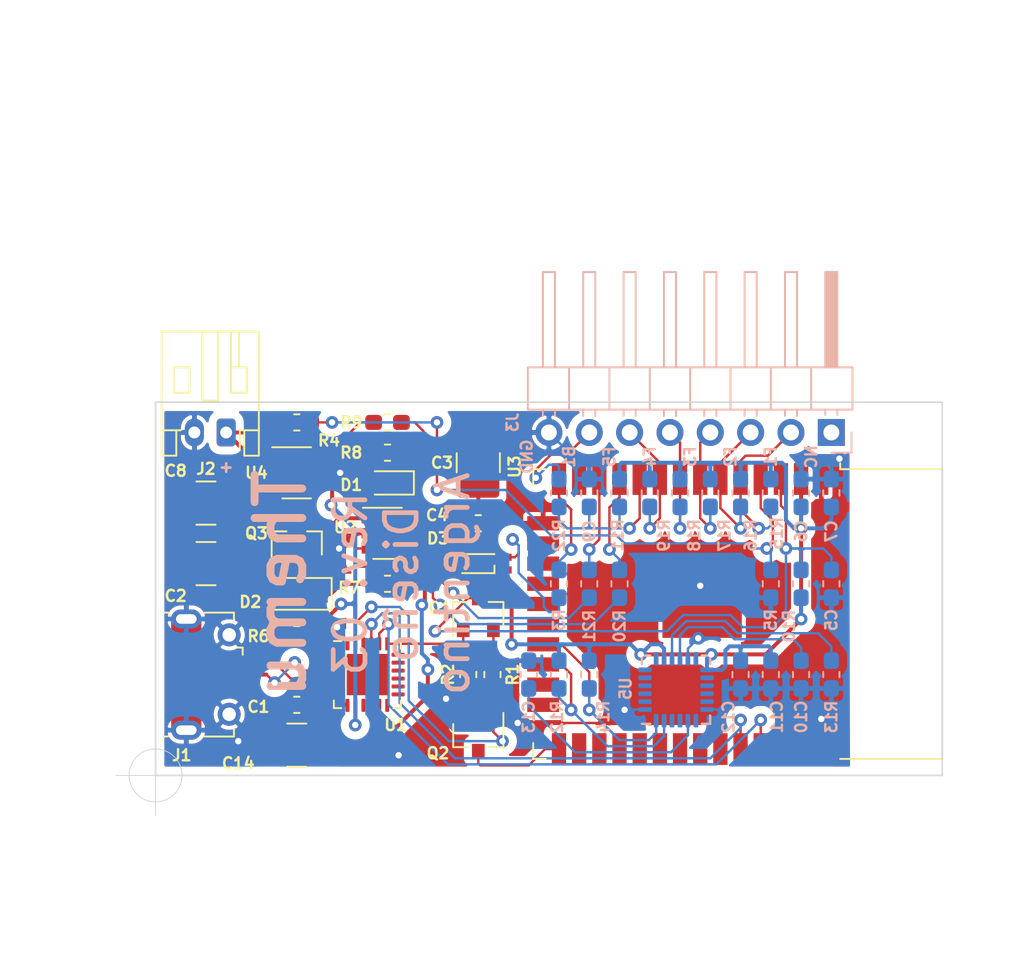
<source format=kicad_pcb>
(kicad_pcb (version 20171130) (host pcbnew "(5.1.6)-1")
  (title_block (title Themu) (date 2020-10-04) (rev 02) (comment 1 "By Castro Germán & Diaz Manuel"))
  (layers (0 F.Cu signal) (31 B.Cu signal) (34 B.Paste user) (35 F.Paste user) (36 B.SilkS user) (37 F.SilkS user) (38 B.Mask user) (39 F.Mask user) (44 Edge.Cuts user))
  (net 0 "")
  (net 1 GND)
  (net 2 +3V3)
  (net 3 /ESP32-WROOM-32/EN)
  (net 4 +BATT)
  (net 5 /ESP32-WROOM-32/BTN)
  (net 6 /Peripherials/REGOUT)
  (net 7 "Net-(C13-Pad1)")
  (net 8 VBUS)
  (net 9 /ESP32-WROOM-32/D-)
  (net 10 /ESP32-WROOM-32/D+)
  (net 11 /ESP32-WROOM-32/FLX1)
  (net 12 /ESP32-WROOM-32/FLX2)
  (net 13 /ESP32-WROOM-32/FLX3)
  (net 14 /ESP32-WROOM-32/FLX4)
  (net 15 /ESP32-WROOM-32/FLX5)
  (net 16 "Net-(Q1-Pad2)")
  (net 17 /ESP32-WROOM-32/RTS)
  (net 18 /ESP32-WROOM-32/DTR)
  (net 19 "Net-(Q2-Pad2)")
  (net 20 /ESP32-WROOM-32/IO0)
  (net 21 /ESP32-WROOM-32/ADC1_CH0)
  (net 22 "Net-(R7-Pad2)")
  (net 23 "Net-(R8-Pad2)")
  (net 24 "Net-(R9-Pad2)")
  (net 25 /ESP32-WROOM-32/SCL)
  (net 26 /Peripherials/AD0)
  (net 27 /ESP32-WROOM-32/SDA)
  (net 28 /ESP32-WROOM-32/TXD0)
  (net 29 /ESP32-WROOM-32/RXD0)
  (net 30 /ESP32-WROOM-32/IO26)
  (net 31 /ESP32-WROOM-32/IO27)
  (net 32 /ESP32-WROOM-32/IO12)
  (net 33 /Peripherials/BUTTON)
  (net 34 "Net-(D1-Pad1)")
  (net 35 "Net-(D3-Pad4)")
  (net 36 "Net-(D3-Pad3)")
  (net 37 /Power/RegIn)
  (net 38 "Net-(D3-Pad1)")
  (module Main_Board:LED_QBLP655R_RGB (layer F.Cu) (at 64.77 88.9 180)
    (fp_text reference D3 (at 2.54 1.5875) (layer F.SilkS) (effects (font (size 0.7 0.7) (thickness 0.1524))))
    (fp_text value LED_RABG)
    (pad 2 smd rect (at -1.7 -0.4 180) (size 0.8 0.45) (layers F.Cu F.Paste F.Mask) (net 2 +3V3))
    (pad 3 smd rect (at -1.7 0.4 180) (size 0.8 0.45) (layers F.Cu F.Paste F.Mask) (net 36 "Net-(D3-Pad3)"))
    (pad 1 smd rect (at 1.7 -0.4 180) (size 0.8 0.45) (layers F.Cu F.Paste F.Mask) (net 38 "Net-(D3-Pad1)"))
    (pad 4 smd rect (at 1.7 0.4 180) (size 0.8 0.45) (layers F.Cu F.Paste F.Mask) (net 35 "Net-(D3-Pad4)"))
  )
  (module Connector_USB:USB_Micro-B_Molex-105017-0001 (layer F.Cu) (at 47.625 95.885 270)
    (fp_text reference J1 (at 5.08 1.524) (layer F.SilkS) (effects (font (size 0.7 0.7) (thickness 0.1524))))
    (fp_text value USB_B_Micro)
    (pad 6 smd rect (at -2.9 1.2375 270) (size 1.2 1.9) (layers F.Cu F.Mask) (net 1 GND))
    (pad 6 smd rect (at 2.9 1.2375 270) (size 1.2 1.9) (layers F.Cu F.Mask) (net 1 GND))
    (pad 6 thru_hole oval (at 3.5 1.2375 270) (size 1.2 1.9) (drill oval 0.6 1.3) (layers *.Cu *.Mask) (net 1 GND))
    (pad 6 thru_hole oval (at -3.5 1.2375 90) (size 1.2 1.9) (drill oval 0.6 1.3) (layers *.Cu *.Mask) (net 1 GND))
    (pad 6 smd rect (at -1 1.2375 270) (size 1.5 1.9) (layers F.Cu F.Paste F.Mask) (net 1 GND))
    (pad 6 thru_hole circle (at 2.5 -1.4625 270) (size 1.45 1.45) (drill 0.85) (layers *.Cu *.Mask) (net 1 GND))
    (pad 3 smd rect (at 0 -1.4625 270) (size 0.4 1.35) (layers F.Cu F.Paste F.Mask) (net 10 /ESP32-WROOM-32/D+))
    (pad 4 smd rect (at 0.65 -1.4625 270) (size 0.4 1.35) (layers F.Cu F.Paste F.Mask))
    (pad 5 smd rect (at 1.3 -1.4625 270) (size 0.4 1.35) (layers F.Cu F.Paste F.Mask) (net 1 GND))
    (pad 1 smd rect (at -1.3 -1.4625 270) (size 0.4 1.35) (layers F.Cu F.Paste F.Mask) (net 8 VBUS))
    (pad 2 smd rect (at -0.65 -1.4625 270) (size 0.4 1.35) (layers F.Cu F.Paste F.Mask) (net 9 /ESP32-WROOM-32/D-))
    (pad 6 thru_hole circle (at -2.5 -1.4625 270) (size 1.45 1.45) (drill 0.85) (layers *.Cu *.Mask) (net 1 GND))
    (pad 6 smd rect (at 1 1.2375 270) (size 1.5 1.9) (layers F.Cu F.Paste F.Mask) (net 1 GND))
  )
  (module RF_Module:ESP32-WROOM-32 (layer F.Cu) (at 78.105 92.075 270)
    (fp_text reference U3 (at -9.271 11.049 90) (layer F.SilkS) (effects (font (size 0.7 0.7) (thickness 0.1524))))
    (fp_text value ESP32-WROOM-32)
    (pad 38 smd rect (at 8.5 -8.255 270) (size 2 0.9) (layers F.Cu F.Paste F.Mask) (net 1 GND))
    (pad 37 smd rect (at 8.5 -6.985 270) (size 2 0.9) (layers F.Cu F.Paste F.Mask))
    (pad 36 smd rect (at 8.5 -5.715 270) (size 2 0.9) (layers F.Cu F.Paste F.Mask))
    (pad 35 smd rect (at 8.5 -4.445 270) (size 2 0.9) (layers F.Cu F.Paste F.Mask) (net 28 /ESP32-WROOM-32/TXD0))
    (pad 34 smd rect (at 8.5 -3.175 270) (size 2 0.9) (layers F.Cu F.Paste F.Mask) (net 29 /ESP32-WROOM-32/RXD0))
    (pad 33 smd rect (at 8.5 -1.905 270) (size 2 0.9) (layers F.Cu F.Paste F.Mask))
    (pad 32 smd rect (at 8.5 -0.635 270) (size 2 0.9) (layers F.Cu F.Paste F.Mask))
    (pad 31 smd rect (at 8.5 0.635 270) (size 2 0.9) (layers F.Cu F.Paste F.Mask))
    (pad 30 smd rect (at 8.5 1.905 270) (size 2 0.9) (layers F.Cu F.Paste F.Mask))
    (pad 29 smd rect (at 8.5 3.175 270) (size 2 0.9) (layers F.Cu F.Paste F.Mask))
    (pad 28 smd rect (at 8.5 4.445 270) (size 2 0.9) (layers F.Cu F.Paste F.Mask))
    (pad 27 smd rect (at 8.5 5.715 270) (size 2 0.9) (layers F.Cu F.Paste F.Mask))
    (pad 26 smd rect (at 8.5 6.985 270) (size 2 0.9) (layers F.Cu F.Paste F.Mask))
    (pad 25 smd rect (at 8.5 8.255 270) (size 2 0.9) (layers F.Cu F.Paste F.Mask) (net 20 /ESP32-WROOM-32/IO0))
    (pad 24 smd rect (at 5.715 9.255) (size 2 0.9) (layers F.Cu F.Paste F.Mask))
    (pad 23 smd rect (at 4.445 9.255) (size 2 0.9) (layers F.Cu F.Paste F.Mask))
    (pad 22 smd rect (at 3.175 9.255) (size 2 0.9) (layers F.Cu F.Paste F.Mask) (net 25 /ESP32-WROOM-32/SCL))
    (pad 21 smd rect (at 1.905 9.255) (size 2 0.9) (layers F.Cu F.Paste F.Mask) (net 27 /ESP32-WROOM-32/SDA))
    (pad 20 smd rect (at 0.635 9.255) (size 2 0.9) (layers F.Cu F.Paste F.Mask))
    (pad 19 smd rect (at -0.635 9.255) (size 2 0.9) (layers F.Cu F.Paste F.Mask))
    (pad 18 smd rect (at -1.905 9.255) (size 2 0.9) (layers F.Cu F.Paste F.Mask))
    (pad 17 smd rect (at -3.175 9.255) (size 2 0.9) (layers F.Cu F.Paste F.Mask))
    (pad 16 smd rect (at -4.445 9.255) (size 2 0.9) (layers F.Cu F.Paste F.Mask))
    (pad 15 smd rect (at -5.715 9.255) (size 2 0.9) (layers F.Cu F.Paste F.Mask) (net 1 GND))
    (pad 14 smd rect (at -8.5 8.255 270) (size 2 0.9) (layers F.Cu F.Paste F.Mask) (net 32 /ESP32-WROOM-32/IO12))
    (pad 13 smd rect (at -8.5 6.985 270) (size 2 0.9) (layers F.Cu F.Paste F.Mask))
    (pad 12 smd rect (at -8.5 5.715 270) (size 2 0.9) (layers F.Cu F.Paste F.Mask) (net 31 /ESP32-WROOM-32/IO27))
    (pad 11 smd rect (at -8.5 4.445 270) (size 2 0.9) (layers F.Cu F.Paste F.Mask) (net 30 /ESP32-WROOM-32/IO26))
    (pad 10 smd rect (at -8.5 3.175 270) (size 2 0.9) (layers F.Cu F.Paste F.Mask) (net 5 /ESP32-WROOM-32/BTN))
    (pad 9 smd rect (at -8.5 1.905 270) (size 2 0.9) (layers F.Cu F.Paste F.Mask) (net 15 /ESP32-WROOM-32/FLX5))
    (pad 8 smd rect (at -8.5 0.635 270) (size 2 0.9) (layers F.Cu F.Paste F.Mask) (net 14 /ESP32-WROOM-32/FLX4))
    (pad 7 smd rect (at -8.5 -0.635 270) (size 2 0.9) (layers F.Cu F.Paste F.Mask) (net 13 /ESP32-WROOM-32/FLX3))
    (pad 6 smd rect (at -8.5 -1.905 270) (size 2 0.9) (layers F.Cu F.Paste F.Mask) (net 12 /ESP32-WROOM-32/FLX2))
    (pad 5 smd rect (at -8.5 -3.175 270) (size 2 0.9) (layers F.Cu F.Paste F.Mask) (net 11 /ESP32-WROOM-32/FLX1))
    (pad 4 smd rect (at -8.5 -4.445 270) (size 2 0.9) (layers F.Cu F.Paste F.Mask) (net 21 /ESP32-WROOM-32/ADC1_CH0))
    (pad 3 smd rect (at -8.5 -5.715 270) (size 2 0.9) (layers F.Cu F.Paste F.Mask) (net 3 /ESP32-WROOM-32/EN))
    (pad 2 smd rect (at -8.5 -6.985 270) (size 2 0.9) (layers F.Cu F.Paste F.Mask) (net 2 +3V3))
    (pad 1 smd rect (at -8.5 -8.255 270) (size 2 0.9) (layers F.Cu F.Paste F.Mask) (net 1 GND))
    (pad 39 smd rect (at -1 -0.755 270) (size 5 5) (layers F.Cu F.Paste F.Mask) (net 1 GND))
  )
  (module Connector_JST:JST_PH_S2B-PH-K_1x02_P2.00mm_Horizontal (layer F.Cu) (at 48.895 80.645 180)
    (fp_text reference J2 (at 1.27 -2.286) (layer F.SilkS) (effects (font (size 0.7 0.7) (thickness 0.1524))))
    (fp_text value Conn_01x02)
    (pad 2 thru_hole oval (at 2 0 180) (size 1.2 1.75) (drill 0.75) (layers *.Cu *.Mask) (net 1 GND))
    (pad 1 thru_hole roundrect (at 0 0 180) (size 1.2 1.75) (drill 0.75) (layers *.Cu *.Mask) (roundrect_rratio 0.208333) (net 4 +BATT))
  )
  (module Resistor_SMD:R_0603_1608Metric_Pad1.05x0.95mm_HandSolder (layer B.Cu) (at 71.755 90.17 270)
    (fp_text reference R21 (at 2.667 0 90) (layer B.SilkS) (effects (font (size 0.7 0.7) (thickness 0.1524)) (justify mirror)))
    (fp_text value 232R)
    (pad 2 smd roundrect (at 0.875 0 270) (size 1.05 0.95) (layers B.Cu B.Paste B.Mask) (net 38 "Net-(D3-Pad1)"))
    (pad 1 smd roundrect (at -0.875 0 270) (size 1.05 0.95) (layers B.Cu B.Paste B.Mask) (net 31 /ESP32-WROOM-32/IO27))
  )
  (module Resistor_SMD:R_0603_1608Metric_Pad1.05x0.95mm_HandSolder (layer B.Cu) (at 73.66 90.17 270)
    (fp_text reference R20 (at 2.667 0 90) (layer B.SilkS) (effects (font (size 0.7 0.7) (thickness 0.1524)) (justify mirror)))
    (fp_text value 374R)
    (pad 2 smd roundrect (at 0.875 0 270) (size 1.05 0.95) (layers B.Cu B.Paste B.Mask) (net 35 "Net-(D3-Pad4)"))
    (pad 1 smd roundrect (at -0.875 0 270) (size 1.05 0.95) (layers B.Cu B.Paste B.Mask) (net 30 /ESP32-WROOM-32/IO26))
  )
  (module Resistor_SMD:R_0603_1608Metric_Pad1.05x0.95mm_HandSolder (layer B.Cu) (at 69.85 90.17 270)
    (fp_text reference R3 (at 2.286 0 90) (layer B.SilkS) (effects (font (size 0.7 0.7) (thickness 0.1524)) (justify mirror)))
    (fp_text value 560R)
    (pad 2 smd roundrect (at 0.875 0 270) (size 1.05 0.95) (layers B.Cu B.Paste B.Mask) (net 36 "Net-(D3-Pad3)"))
    (pad 1 smd roundrect (at -0.875 0 270) (size 1.05 0.95) (layers B.Cu B.Paste B.Mask) (net 32 /ESP32-WROOM-32/IO12))
  )
  (module Capacitor_SMD:C_0603_1608Metric_Pad1.05x0.95mm_HandSolder (layer F.Cu) (at 53.34 97.79 180)
    (fp_text reference C1 (at 2.413 -0.127) (layer F.SilkS) (effects (font (size 0.7 0.7) (thickness 0.1524))))
    (fp_text value "0.1uF 100V X7R")
    (pad 1 smd roundrect (at -0.875 0 180) (size 1.05 0.95) (layers F.Cu F.Paste F.Mask) (net 2 +3V3))
    (pad 2 smd roundrect (at 0.875 0 180) (size 1.05 0.95) (layers F.Cu F.Paste F.Mask) (net 1 GND))
  )
  (module Capacitor_SMD:C_1210_3225Metric_Pad1.42x2.65mm_HandSolder (layer F.Cu) (at 47.625 88.9 180)
    (fp_text reference C2 (at 1.905 -2.032) (layer F.SilkS) (effects (font (size 0.7 0.7) (thickness 0.1524))))
    (fp_text value "10uF 6.3V X5R")
    (pad 1 smd roundrect (at -1.4875 0 180) (size 1.425 2.65) (layers F.Cu F.Paste F.Mask) (roundrect_rratio 0.175439) (net 37 /Power/RegIn))
    (pad 2 smd roundrect (at 1.4875 0 180) (size 1.425 2.65) (layers F.Cu F.Paste F.Mask) (roundrect_rratio 0.175439) (net 1 GND))
  )
  (module Capacitor_SMD:C_1210_3225Metric_Pad1.42x2.65mm_HandSolder (layer F.Cu) (at 64.77 82.55 90)
    (fp_text reference C3 (at 0 -2.286 180) (layer F.SilkS) (effects (font (size 0.7 0.7) (thickness 0.1524))))
    (fp_text value "10uF 6.3V X5R")
    (pad 2 smd roundrect (at 1.4875 0 90) (size 1.425 2.65) (layers F.Cu F.Paste F.Mask) (roundrect_rratio 0.175439) (net 1 GND))
    (pad 1 smd roundrect (at -1.4875 0 90) (size 1.425 2.65) (layers F.Cu F.Paste F.Mask) (roundrect_rratio 0.175439) (net 2 +3V3))
  )
  (module Capacitor_SMD:C_0603_1608Metric_Pad1.05x0.95mm_HandSolder (layer F.Cu) (at 64.77 86.36)
    (fp_text reference C4 (at -2.6035 -0.508) (layer F.SilkS) (effects (font (size 0.7 0.7) (thickness 0.1524))))
    (fp_text value "1uF 6.3V X5R")
    (pad 1 smd roundrect (at -0.875 0) (size 1.05 0.95) (layers F.Cu F.Paste F.Mask) (net 2 +3V3))
    (pad 2 smd roundrect (at 0.875 0) (size 1.05 0.95) (layers F.Cu F.Paste F.Mask) (net 1 GND))
  )
  (module Capacitor_SMD:C_0603_1608Metric_Pad1.05x0.95mm_HandSolder (layer B.Cu) (at 86.995 90.17 270)
    (fp_text reference C5 (at 2.286 0 270) (layer B.SilkS) (effects (font (size 0.7 0.7) (thickness 0.1524)) (justify mirror)))
    (fp_text value "0.1uF 100V X7R")
    (pad 2 smd roundrect (at 0.875 0 270) (size 1.05 0.95) (layers B.Cu B.Paste B.Mask) (net 1 GND))
    (pad 1 smd roundrect (at -0.875 0 270) (size 1.05 0.95) (layers B.Cu B.Paste B.Mask) (net 3 /ESP32-WROOM-32/EN))
  )
  (module Capacitor_SMD:C_0603_1608Metric_Pad1.05x0.95mm_HandSolder (layer B.Cu) (at 85.09 84.455 90)
    (fp_text reference C6 (at -2.413 0 270) (layer B.SilkS) (effects (font (size 0.7 0.7) (thickness 0.1524)) (justify mirror)))
    (fp_text value "0.1uF 100V X7R")
    (pad 2 smd roundrect (at 0.875 0 90) (size 1.05 0.95) (layers B.Cu B.Paste B.Mask) (net 1 GND))
    (pad 1 smd roundrect (at -0.875 0 90) (size 1.05 0.95) (layers B.Cu B.Paste B.Mask) (net 2 +3V3))
  )
  (module Capacitor_SMD:C_0603_1608Metric_Pad1.05x0.95mm_HandSolder (layer B.Cu) (at 86.995 84.455 90)
    (fp_text reference C7 (at -2.413 0 90) (layer B.SilkS) (effects (font (size 0.7 0.7) (thickness 0.1524)) (justify mirror)))
    (fp_text value "22uF 6.3V X5R")
    (pad 1 smd roundrect (at -0.875 0 90) (size 1.05 0.95) (layers B.Cu B.Paste B.Mask) (net 2 +3V3))
    (pad 2 smd roundrect (at 0.875 0 90) (size 1.05 0.95) (layers B.Cu B.Paste B.Mask) (net 1 GND))
  )
  (module Capacitor_SMD:C_1210_3225Metric_Pad1.42x2.65mm_HandSolder (layer F.Cu) (at 47.625 85.09 180)
    (fp_text reference C8 (at 1.905 2.032) (layer F.SilkS) (effects (font (size 0.7 0.7) (thickness 0.1524))))
    (fp_text value "10uF 6.3V X5R")
    (pad 1 smd roundrect (at -1.4875 0 180) (size 1.425 2.65) (layers F.Cu F.Paste F.Mask) (roundrect_rratio 0.175439) (net 4 +BATT))
    (pad 2 smd roundrect (at 1.4875 0 180) (size 1.425 2.65) (layers F.Cu F.Paste F.Mask) (roundrect_rratio 0.175439) (net 1 GND))
  )
  (module Capacitor_SMD:C_0603_1608Metric_Pad1.05x0.95mm_HandSolder (layer B.Cu) (at 71.755 84.455 90)
    (fp_text reference C9 (at -2.413 0 90) (layer B.SilkS) (effects (font (size 0.7 0.7) (thickness 0.1524)) (justify mirror)))
    (fp_text value "0.1uF 100V X7R")
    (pad 2 smd roundrect (at 0.875 0 90) (size 1.05 0.95) (layers B.Cu B.Paste B.Mask) (net 1 GND))
    (pad 1 smd roundrect (at -0.875 0 90) (size 1.05 0.95) (layers B.Cu B.Paste B.Mask) (net 5 /ESP32-WROOM-32/BTN))
  )
  (module Capacitor_SMD:C_0603_1608Metric_Pad1.05x0.95mm_HandSolder (layer B.Cu) (at 85.09 95.885 270)
    (fp_text reference C10 (at 2.667 0 90) (layer B.SilkS) (effects (font (size 0.7 0.7) (thickness 0.1524)) (justify mirror)))
    (fp_text value "0.1uF 100V X7R")
    (pad 1 smd roundrect (at -0.875 0 270) (size 1.05 0.95) (layers B.Cu B.Paste B.Mask) (net 6 /Peripherials/REGOUT))
    (pad 2 smd roundrect (at 0.875 0 270) (size 1.05 0.95) (layers B.Cu B.Paste B.Mask) (net 1 GND))
  )
  (module Capacitor_SMD:C_0603_1608Metric_Pad1.05x0.95mm_HandSolder (layer B.Cu) (at 83.185 95.885 270)
    (fp_text reference C11 (at 2.667 -0.381 90) (layer B.SilkS) (effects (font (size 0.7 0.7) (thickness 0.1524)) (justify mirror)))
    (fp_text value "0.1uF 100V X7R")
    (pad 2 smd roundrect (at 0.875 0 270) (size 1.05 0.95) (layers B.Cu B.Paste B.Mask) (net 1 GND))
    (pad 1 smd roundrect (at -0.875 0 270) (size 1.05 0.95) (layers B.Cu B.Paste B.Mask) (net 2 +3V3))
  )
  (module Capacitor_SMD:C_0603_1608Metric_Pad1.05x0.95mm_HandSolder (layer B.Cu) (at 81.28 95.885 270)
    (fp_text reference C12 (at 2.667 0.762 90) (layer B.SilkS) (effects (font (size 0.7 0.7) (thickness 0.1524)) (justify mirror)))
    (fp_text value "22uF 6.3V X5R")
    (pad 1 smd roundrect (at -0.875 0 270) (size 1.05 0.95) (layers B.Cu B.Paste B.Mask) (net 2 +3V3))
    (pad 2 smd roundrect (at 0.875 0 270) (size 1.05 0.95) (layers B.Cu B.Paste B.Mask) (net 1 GND))
  )
  (module Capacitor_SMD:C_0603_1608Metric_Pad1.05x0.95mm_HandSolder (layer B.Cu) (at 67.945 95.885 90)
    (fp_text reference C13 (at -2.667 0 90) (layer B.SilkS) (effects (font (size 0.7 0.7) (thickness 0.1524)) (justify mirror)))
    (fp_text value "0.0022uF 200V X7R")
    (pad 1 smd roundrect (at -0.875 0 90) (size 1.05 0.95) (layers B.Cu B.Paste B.Mask) (net 7 "Net-(C13-Pad1)"))
    (pad 2 smd roundrect (at 0.875 0 90) (size 1.05 0.95) (layers B.Cu B.Paste B.Mask) (net 1 GND))
  )
  (module Capacitor_SMD:C_1210_3225Metric_Pad1.42x2.65mm_HandSolder (layer F.Cu) (at 53.34 100.33 180)
    (fp_text reference C14 (at 3.683 -1.143 180) (layer F.SilkS) (effects (font (size 0.7 0.7) (thickness 0.1524))))
    (fp_text value "10uF 6.3V X5R")
    (pad 2 smd roundrect (at 1.4875 0 180) (size 1.425 2.65) (layers F.Cu F.Paste F.Mask) (roundrect_rratio 0.175439) (net 1 GND))
    (pad 1 smd roundrect (at -1.4875 0 180) (size 1.425 2.65) (layers F.Cu F.Paste F.Mask) (roundrect_rratio 0.175439) (net 2 +3V3))
  )
  (module Diode_SMD:D_SOD-123F (layer F.Cu) (at 53.34 90.805 180)
    (fp_text reference D2 (at 2.921 -0.508 180) (layer F.SilkS) (effects (font (size 0.7 0.7) (thickness 0.1524))))
    (fp_text value MBR120)
    (pad 2 smd rect (at 1.4 0 180) (size 1.1 1.1) (layers F.Cu F.Paste F.Mask) (net 8 VBUS))
    (pad 1 smd rect (at -1.4 0 180) (size 1.1 1.1) (layers F.Cu F.Paste F.Mask) (net 37 /Power/RegIn))
  )
  (module LED_SMD:LED_0603_1608Metric_Pad1.05x0.95mm_HandSolder (layer F.Cu) (at 59.055 83.82 180)
    (fp_text reference D1 (at 2.286 -0.127) (layer F.SilkS) (effects (font (size 0.7 0.7) (thickness 0.1524))))
    (fp_text value "RED LED")
    (pad 2 smd roundrect (at 0.875 0 180) (size 1.05 0.95) (layers F.Cu F.Paste F.Mask) (net 8 VBUS))
    (pad 1 smd roundrect (at -0.875 0 180) (size 1.05 0.95) (layers F.Cu F.Paste F.Mask) (net 34 "Net-(D1-Pad1)"))
  )
  (module Connector_PinHeader_2.54mm:PinHeader_1x08_P2.54mm_Horizontal (layer B.Cu) (at 86.995 80.645 90)
    (fp_text reference J3 (at 0.635 -20.066 90) (layer B.SilkS) (effects (font (size 0.7 0.7) (thickness 0.1524)) (justify mirror)))
    (fp_text value Conn_01x08)
    (pad 8 thru_hole oval (at 0 -17.78 90) (size 1.7 1.7) (drill 1) (layers *.Cu *.Mask) (net 1 GND))
    (pad 7 thru_hole oval (at 0 -15.24 90) (size 1.7 1.7) (drill 1) (layers *.Cu *.Mask) (net 33 /Peripherials/BUTTON))
    (pad 6 thru_hole oval (at 0 -12.7 90) (size 1.7 1.7) (drill 1) (layers *.Cu *.Mask) (net 15 /ESP32-WROOM-32/FLX5))
    (pad 5 thru_hole oval (at 0 -10.16 90) (size 1.7 1.7) (drill 1) (layers *.Cu *.Mask) (net 14 /ESP32-WROOM-32/FLX4))
    (pad 4 thru_hole oval (at 0 -7.62 90) (size 1.7 1.7) (drill 1) (layers *.Cu *.Mask) (net 13 /ESP32-WROOM-32/FLX3))
    (pad 3 thru_hole oval (at 0 -5.08 90) (size 1.7 1.7) (drill 1) (layers *.Cu *.Mask) (net 12 /ESP32-WROOM-32/FLX2))
    (pad 2 thru_hole oval (at 0 -2.54 90) (size 1.7 1.7) (drill 1) (layers *.Cu *.Mask) (net 11 /ESP32-WROOM-32/FLX1))
    (pad 1 thru_hole rect (at 0 0 90) (size 1.7 1.7) (drill 1) (layers *.Cu *.Mask))
  )
  (module Package_TO_SOT_SMD:SOT-23 (layer F.Cu) (at 64.77 92.075 90)
    (fp_text reference Q1 (at 0.381 -2.413) (layer F.SilkS) (effects (font (size 0.7 0.7) (thickness 0.1524))))
    (fp_text value mmbt2222)
    (pad 1 smd rect (at -1 -0.95 90) (size 0.9 0.8) (layers F.Cu F.Paste F.Mask) (net 17 /ESP32-WROOM-32/RTS))
    (pad 2 smd rect (at -1 0.95 90) (size 0.9 0.8) (layers F.Cu F.Paste F.Mask) (net 16 "Net-(Q1-Pad2)"))
    (pad 3 smd rect (at 1 0 90) (size 0.9 0.8) (layers F.Cu F.Paste F.Mask) (net 3 /ESP32-WROOM-32/EN))
  )
  (module Package_TO_SOT_SMD:SOT-23 (layer F.Cu) (at 64.77 99.695 270)
    (fp_text reference Q2 (at 1.143 2.54) (layer F.SilkS) (effects (font (size 0.7 0.7) (thickness 0.1524))))
    (fp_text value mmbt2222)
    (pad 3 smd rect (at 1 0 270) (size 0.9 0.8) (layers F.Cu F.Paste F.Mask) (net 20 /ESP32-WROOM-32/IO0))
    (pad 2 smd rect (at -1 0.95 270) (size 0.9 0.8) (layers F.Cu F.Paste F.Mask) (net 19 "Net-(Q2-Pad2)"))
    (pad 1 smd rect (at -1 -0.95 270) (size 0.9 0.8) (layers F.Cu F.Paste F.Mask) (net 18 /ESP32-WROOM-32/DTR))
  )
  (module Package_TO_SOT_SMD:SOT-23 (layer F.Cu) (at 53.34 87.63 90)
    (fp_text reference Q3 (at 0.635 -2.54) (layer F.SilkS) (effects (font (size 0.7 0.7) (thickness 0.1524))))
    (fp_text value DMG2305U)
    (pad 1 smd rect (at -1 -0.95 90) (size 0.9 0.8) (layers F.Cu F.Paste F.Mask) (net 8 VBUS))
    (pad 2 smd rect (at -1 0.95 90) (size 0.9 0.8) (layers F.Cu F.Paste F.Mask) (net 37 /Power/RegIn))
    (pad 3 smd rect (at 1 0 90) (size 0.9 0.8) (layers F.Cu F.Paste F.Mask) (net 4 +BATT))
  )
  (module Resistor_SMD:R_0603_1608Metric_Pad1.05x0.95mm_HandSolder (layer F.Cu) (at 65.659 95.885 270)
    (fp_text reference R1 (at 0 -1.27 90) (layer F.SilkS) (effects (font (size 0.7 0.7) (thickness 0.1524))))
    (fp_text value 10K)
    (pad 1 smd roundrect (at -0.875 0 270) (size 1.05 0.95) (layers F.Cu F.Paste F.Mask) (net 16 "Net-(Q1-Pad2)"))
    (pad 2 smd roundrect (at 0.875 0 270) (size 1.05 0.95) (layers F.Cu F.Paste F.Mask) (net 18 /ESP32-WROOM-32/DTR))
  )
  (module Resistor_SMD:R_0603_1608Metric_Pad1.05x0.95mm_HandSolder (layer F.Cu) (at 64.135 95.885 90)
    (fp_text reference R2 (at 0 -1.27 270) (layer F.SilkS) (effects (font (size 0.7 0.7) (thickness 0.1524))))
    (fp_text value 10K)
    (pad 2 smd roundrect (at 0.875 0 90) (size 1.05 0.95) (layers F.Cu F.Paste F.Mask) (net 17 /ESP32-WROOM-32/RTS))
    (pad 1 smd roundrect (at -0.875 0 90) (size 1.05 0.95) (layers F.Cu F.Paste F.Mask) (net 19 "Net-(Q2-Pad2)"))
  )
  (module Resistor_SMD:R_0603_1608Metric_Pad1.05x0.95mm_HandSolder (layer F.Cu) (at 53.34 80.01)
    (fp_text reference R4 (at 2.032 1.143) (layer F.SilkS) (effects (font (size 0.7 0.7) (thickness 0.1524))))
    (fp_text value 100K)
    (pad 1 smd roundrect (at -0.875 0) (size 1.05 0.95) (layers F.Cu F.Paste F.Mask) (net 4 +BATT))
    (pad 2 smd roundrect (at 0.875 0) (size 1.05 0.95) (layers F.Cu F.Paste F.Mask) (net 21 /ESP32-WROOM-32/ADC1_CH0))
  )
  (module Resistor_SMD:R_0603_1608Metric_Pad1.05x0.95mm_HandSolder (layer B.Cu) (at 83.185 90.17 270)
    (fp_text reference R5 (at 2.286 0 270) (layer B.SilkS) (effects (font (size 0.7 0.7) (thickness 0.1524)) (justify mirror)))
    (fp_text value 100K)
    (pad 2 smd roundrect (at 0.875 0 270) (size 1.05 0.95) (layers B.Cu B.Paste B.Mask) (net 1 GND))
    (pad 1 smd roundrect (at -0.875 0 270) (size 1.05 0.95) (layers B.Cu B.Paste B.Mask) (net 21 /ESP32-WROOM-32/ADC1_CH0))
  )
  (module Resistor_SMD:R_0603_1608Metric_Pad1.05x0.95mm_HandSolder (layer F.Cu) (at 53.34 93.345)
    (fp_text reference R6 (at -2.413 0.127) (layer F.SilkS) (effects (font (size 0.7 0.7) (thickness 0.1524))))
    (fp_text value 100K)
    (pad 1 smd roundrect (at -0.875 0) (size 1.05 0.95) (layers F.Cu F.Paste F.Mask) (net 8 VBUS))
    (pad 2 smd roundrect (at 0.875 0) (size 1.05 0.95) (layers F.Cu F.Paste F.Mask) (net 1 GND))
  )
  (module Resistor_SMD:R_0603_1608Metric_Pad1.05x0.95mm_HandSolder (layer F.Cu) (at 59.055 90.17)
    (fp_text reference R7 (at -2.413 0.254) (layer F.SilkS) (effects (font (size 0.7 0.7) (thickness 0.1524))))
    (fp_text value 100K)
    (pad 2 smd roundrect (at 0.875 0) (size 1.05 0.95) (layers F.Cu F.Paste F.Mask) (net 22 "Net-(R7-Pad2)"))
    (pad 1 smd roundrect (at -0.875 0) (size 1.05 0.95) (layers F.Cu F.Paste F.Mask) (net 37 /Power/RegIn))
  )
  (module Resistor_SMD:R_0603_1608Metric_Pad1.05x0.95mm_HandSolder (layer F.Cu) (at 59.055 81.915 180)
    (fp_text reference R8 (at 2.286 0) (layer F.SilkS) (effects (font (size 0.7 0.7) (thickness 0.1524))))
    (fp_text value 4.7K)
    (pad 2 smd roundrect (at 0.875 0 180) (size 1.05 0.95) (layers F.Cu F.Paste F.Mask) (net 23 "Net-(R8-Pad2)"))
    (pad 1 smd roundrect (at -0.875 0 180) (size 1.05 0.95) (layers F.Cu F.Paste F.Mask) (net 1 GND))
  )
  (module Resistor_SMD:R_0603_1608Metric_Pad1.05x0.95mm_HandSolder (layer F.Cu) (at 59.055 80.01 180)
    (fp_text reference R9 (at 2.286 0) (layer F.SilkS) (effects (font (size 0.7 0.7) (thickness 0.1524))))
    (fp_text value 1K)
    (pad 2 smd roundrect (at 0.875 0 180) (size 1.05 0.95) (layers F.Cu F.Paste F.Mask) (net 24 "Net-(R9-Pad2)"))
    (pad 1 smd roundrect (at -0.875 0 180) (size 1.05 0.95) (layers F.Cu F.Paste F.Mask) (net 34 "Net-(D1-Pad1)"))
  )
  (module Resistor_SMD:R_0603_1608Metric_Pad1.05x0.95mm_HandSolder (layer B.Cu) (at 85.09 90.17 90)
    (fp_text reference R10 (at -2.667 -0.762 90) (layer B.SilkS) (effects (font (size 0.7 0.7) (thickness 0.1524)) (justify mirror)))
    (fp_text value 10K)
    (pad 2 smd roundrect (at 0.875 0 90) (size 1.05 0.95) (layers B.Cu B.Paste B.Mask) (net 3 /ESP32-WROOM-32/EN))
    (pad 1 smd roundrect (at -0.875 0 90) (size 1.05 0.95) (layers B.Cu B.Paste B.Mask) (net 2 +3V3))
  )
  (module Resistor_SMD:R_0603_1608Metric_Pad1.05x0.95mm_HandSolder (layer B.Cu) (at 73.66 84.455 270)
    (fp_text reference R11 (at 2.667 0.127 270) (layer B.SilkS) (effects (font (size 0.7 0.7) (thickness 0.1524)) (justify mirror)))
    (fp_text value 10K)
    (pad 2 smd roundrect (at 0.875 0 270) (size 1.05 0.95) (layers B.Cu B.Paste B.Mask) (net 5 /ESP32-WROOM-32/BTN))
    (pad 1 smd roundrect (at -0.875 0 270) (size 1.05 0.95) (layers B.Cu B.Paste B.Mask) (net 2 +3V3))
  )
  (module Resistor_SMD:R_0603_1608Metric_Pad1.05x0.95mm_HandSolder (layer B.Cu) (at 69.85 95.885 270)
    (fp_text reference R12 (at 2.667 0.127 90) (layer B.SilkS) (effects (font (size 0.7 0.7) (thickness 0.1524)) (justify mirror)))
    (fp_text value 4.7K)
    (pad 2 smd roundrect (at 0.875 0 270) (size 1.05 0.95) (layers B.Cu B.Paste B.Mask) (net 25 /ESP32-WROOM-32/SCL))
    (pad 1 smd roundrect (at -0.875 0 270) (size 1.05 0.95) (layers B.Cu B.Paste B.Mask) (net 2 +3V3))
  )
  (module Resistor_SMD:R_0603_1608Metric_Pad1.05x0.95mm_HandSolder (layer B.Cu) (at 86.995 95.885 270)
    (fp_text reference R13 (at 2.667 0 90) (layer B.SilkS) (effects (font (size 0.7 0.7) (thickness 0.1524)) (justify mirror)))
    (fp_text value 4.7K)
    (pad 1 smd roundrect (at -0.875 0 270) (size 1.05 0.95) (layers B.Cu B.Paste B.Mask) (net 26 /Peripherials/AD0))
    (pad 2 smd roundrect (at 0.875 0 270) (size 1.05 0.95) (layers B.Cu B.Paste B.Mask) (net 1 GND))
  )
  (module Resistor_SMD:R_0603_1608Metric_Pad1.05x0.95mm_HandSolder (layer B.Cu) (at 71.755 95.885 270)
    (fp_text reference R14 (at 2.667 -0.889 90) (layer B.SilkS) (effects (font (size 0.7 0.7) (thickness 0.1524)) (justify mirror)))
    (fp_text value 4.7K)
    (pad 1 smd roundrect (at -0.875 0 270) (size 1.05 0.95) (layers B.Cu B.Paste B.Mask) (net 2 +3V3))
    (pad 2 smd roundrect (at 0.875 0 270) (size 1.05 0.95) (layers B.Cu B.Paste B.Mask) (net 27 /ESP32-WROOM-32/SDA))
  )
  (module Resistor_SMD:R_0603_1608Metric_Pad1.05x0.95mm_HandSolder (layer B.Cu) (at 83.185 84.455 270)
    (fp_text reference R15 (at 2.54 -0.381 90) (layer B.SilkS) (effects (font (size 0.7 0.7) (thickness 0.1524)) (justify mirror)))
    (fp_text value 47K)
    (pad 1 smd roundrect (at -0.875 0 270) (size 1.05 0.95) (layers B.Cu B.Paste B.Mask) (net 2 +3V3))
    (pad 2 smd roundrect (at 0.875 0 270) (size 1.05 0.95) (layers B.Cu B.Paste B.Mask) (net 11 /ESP32-WROOM-32/FLX1))
  )
  (module Resistor_SMD:R_0603_1608Metric_Pad1.05x0.95mm_HandSolder (layer B.Cu) (at 81.28 84.455 270)
    (fp_text reference R16 (at 2.667 -0.635 90) (layer B.SilkS) (effects (font (size 0.7 0.7) (thickness 0.1524)) (justify mirror)))
    (fp_text value 47K)
    (pad 2 smd roundrect (at 0.875 0 270) (size 1.05 0.95) (layers B.Cu B.Paste B.Mask) (net 12 /ESP32-WROOM-32/FLX2))
    (pad 1 smd roundrect (at -0.875 0 270) (size 1.05 0.95) (layers B.Cu B.Paste B.Mask) (net 2 +3V3))
  )
  (module Resistor_SMD:R_0603_1608Metric_Pad1.05x0.95mm_HandSolder (layer B.Cu) (at 79.375 84.455 270)
    (fp_text reference R17 (at 2.667 -0.889 270) (layer B.SilkS) (effects (font (size 0.7 0.7) (thickness 0.1524)) (justify mirror)))
    (fp_text value 47K)
    (pad 1 smd roundrect (at -0.875 0 270) (size 1.05 0.95) (layers B.Cu B.Paste B.Mask) (net 2 +3V3))
    (pad 2 smd roundrect (at 0.875 0 270) (size 1.05 0.95) (layers B.Cu B.Paste B.Mask) (net 13 /ESP32-WROOM-32/FLX3))
  )
  (module Resistor_SMD:R_0603_1608Metric_Pad1.05x0.95mm_HandSolder (layer B.Cu) (at 77.47 84.455 270)
    (fp_text reference R18 (at 2.667 -0.889 90) (layer B.SilkS) (effects (font (size 0.7 0.7) (thickness 0.1524)) (justify mirror)))
    (fp_text value 47K)
    (pad 2 smd roundrect (at 0.875 0 270) (size 1.05 0.95) (layers B.Cu B.Paste B.Mask) (net 14 /ESP32-WROOM-32/FLX4))
    (pad 1 smd roundrect (at -0.875 0 270) (size 1.05 0.95) (layers B.Cu B.Paste B.Mask) (net 2 +3V3))
  )
  (module Resistor_SMD:R_0603_1608Metric_Pad1.05x0.95mm_HandSolder (layer B.Cu) (at 75.565 84.455 270)
    (fp_text reference R19 (at 2.667 -0.889 90) (layer B.SilkS) (effects (font (size 0.7 0.7) (thickness 0.1524)) (justify mirror)))
    (fp_text value 47K)
    (pad 1 smd roundrect (at -0.875 0 270) (size 1.05 0.95) (layers B.Cu B.Paste B.Mask) (net 2 +3V3))
    (pad 2 smd roundrect (at 0.875 0 270) (size 1.05 0.95) (layers B.Cu B.Paste B.Mask) (net 15 /ESP32-WROOM-32/FLX5))
  )
  (module Package_DFN_QFN:QFN-24-1EP_4x4mm_P0.5mm_EP2.6x2.6mm (layer F.Cu) (at 57.785 95.885)
    (fp_text reference U1 (at 1.778 3.175) (layer F.SilkS) (effects (font (size 0.7 0.7) (thickness 0.1524))))
    (fp_text value CP2104)
    (pad 25 smd rect (at 0 0) (size 2.6 2.6) (layers F.Cu F.Mask) (net 1 GND))
    (pad 24 smd roundrect (at -1.25 -1.9375) (size 0.25 0.825) (layers F.Cu F.Paste F.Mask))
    (pad 23 smd roundrect (at -0.75 -1.9375) (size 0.25 0.825) (layers F.Cu F.Paste F.Mask) (net 18 /ESP32-WROOM-32/DTR))
    (pad 22 smd roundrect (at -0.25 -1.9375) (size 0.25 0.825) (layers F.Cu F.Paste F.Mask))
    (pad 21 smd roundrect (at 0.25 -1.9375) (size 0.25 0.825) (layers F.Cu F.Paste F.Mask) (net 29 /ESP32-WROOM-32/RXD0))
    (pad 20 smd roundrect (at 0.75 -1.9375) (size 0.25 0.825) (layers F.Cu F.Paste F.Mask) (net 28 /ESP32-WROOM-32/TXD0))
    (pad 19 smd roundrect (at 1.25 -1.9375) (size 0.25 0.825) (layers F.Cu F.Paste F.Mask) (net 17 /ESP32-WROOM-32/RTS))
    (pad 18 smd roundrect (at 1.9375 -1.25) (size 0.825 0.25) (layers F.Cu F.Paste F.Mask))
    (pad 17 smd roundrect (at 1.9375 -0.75) (size 0.825 0.25) (layers F.Cu F.Paste F.Mask))
    (pad 16 smd roundrect (at 1.9375 -0.25) (size 0.825 0.25) (layers F.Cu F.Paste F.Mask))
    (pad 15 smd roundrect (at 1.9375 0.25) (size 0.825 0.25) (layers F.Cu F.Paste F.Mask))
    (pad 14 smd roundrect (at 1.9375 0.75) (size 0.825 0.25) (layers F.Cu F.Paste F.Mask))
    (pad 13 smd roundrect (at 1.9375 1.25) (size 0.825 0.25) (layers F.Cu F.Paste F.Mask))
    (pad 12 smd roundrect (at 1.25 1.9375) (size 0.25 0.825) (layers F.Cu F.Paste F.Mask))
    (pad 11 smd roundrect (at 0.75 1.9375) (size 0.25 0.825) (layers F.Cu F.Paste F.Mask))
    (pad 10 smd roundrect (at 0.25 1.9375) (size 0.25 0.825) (layers F.Cu F.Paste F.Mask))
    (pad 9 smd roundrect (at -0.25 1.9375) (size 0.25 0.825) (layers F.Cu F.Paste F.Mask))
    (pad 8 smd roundrect (at -0.75 1.9375) (size 0.25 0.825) (layers F.Cu F.Paste F.Mask) (net 8 VBUS))
    (pad 7 smd roundrect (at -1.25 1.9375) (size 0.25 0.825) (layers F.Cu F.Paste F.Mask) (net 2 +3V3))
    (pad 6 smd roundrect (at -1.9375 1.25) (size 0.825 0.25) (layers F.Cu F.Paste F.Mask) (net 2 +3V3))
    (pad 5 smd roundrect (at -1.9375 0.75) (size 0.825 0.25) (layers F.Cu F.Paste F.Mask) (net 2 +3V3))
    (pad 4 smd roundrect (at -1.9375 0.25) (size 0.825 0.25) (layers F.Cu F.Paste F.Mask) (net 9 /ESP32-WROOM-32/D-))
    (pad 3 smd roundrect (at -1.9375 -0.25) (size 0.825 0.25) (layers F.Cu F.Paste F.Mask) (net 10 /ESP32-WROOM-32/D+))
    (pad 2 smd roundrect (at -1.9375 -0.75) (size 0.825 0.25) (layers F.Cu F.Paste F.Mask) (net 1 GND))
    (pad 1 smd roundrect (at -1.9375 -1.25) (size 0.825 0.25) (layers F.Cu F.Paste F.Mask))
  )
  (module Package_TO_SOT_SMD:SOT-23-5 (layer F.Cu) (at 59.055 86.995)
    (fp_text reference U2 (at -2.667 -0.381) (layer F.SilkS) (effects (font (size 0.7 0.7) (thickness 0.1524))))
    (fp_text value AP2112K-3.3)
    (pad 5 smd rect (at 1.1 -0.95) (size 1.06 0.65) (layers F.Cu F.Paste F.Mask) (net 2 +3V3))
    (pad 4 smd rect (at 1.1 0.95) (size 1.06 0.65) (layers F.Cu F.Paste F.Mask))
    (pad 3 smd rect (at -1.1 0.95) (size 1.06 0.65) (layers F.Cu F.Paste F.Mask) (net 22 "Net-(R7-Pad2)"))
    (pad 2 smd rect (at -1.1 0) (size 1.06 0.65) (layers F.Cu F.Paste F.Mask) (net 1 GND))
    (pad 1 smd rect (at -1.1 -0.95) (size 1.06 0.65) (layers F.Cu F.Paste F.Mask) (net 37 /Power/RegIn))
  )
  (module Package_TO_SOT_SMD:SOT-23-5 (layer F.Cu) (at 53.34 83.185)
    (fp_text reference U4 (at -2.54 0) (layer F.SilkS) (effects (font (size 0.7 0.7) (thickness 0.1524))))
    (fp_text value MCP73831-2-OT)
    (pad 1 smd rect (at -1.1 -0.95) (size 1.06 0.65) (layers F.Cu F.Paste F.Mask) (net 24 "Net-(R9-Pad2)"))
    (pad 2 smd rect (at -1.1 0) (size 1.06 0.65) (layers F.Cu F.Paste F.Mask) (net 1 GND))
    (pad 3 smd rect (at -1.1 0.95) (size 1.06 0.65) (layers F.Cu F.Paste F.Mask) (net 4 +BATT))
    (pad 4 smd rect (at 1.1 0.95) (size 1.06 0.65) (layers F.Cu F.Paste F.Mask) (net 8 VBUS))
    (pad 5 smd rect (at 1.1 -0.95) (size 1.06 0.65) (layers F.Cu F.Paste F.Mask) (net 23 "Net-(R8-Pad2)"))
  )
  (module Sensor_Motion:InvenSense_QFN-24_4x4mm_P0.5mm (layer B.Cu) (at 77.216 96.8375)
    (fp_text reference U5 (at -3.175 -0.0635 90) (layer B.SilkS) (effects (font (size 0.7 0.7) (thickness 0.1524)) (justify mirror)))
    (fp_text value MPU-6050)
    (pad 1 smd roundrect (at -1.95 1.25) (size 0.85 0.3) (layers B.Cu B.Paste B.Mask) (net 1 GND))
    (pad 2 smd roundrect (at -1.95 0.75) (size 0.85 0.3) (layers B.Cu B.Paste B.Mask))
    (pad 3 smd roundrect (at -1.95 0.25) (size 0.85 0.3) (layers B.Cu B.Paste B.Mask))
    (pad 4 smd roundrect (at -1.95 -0.25) (size 0.85 0.3) (layers B.Cu B.Paste B.Mask))
    (pad 5 smd roundrect (at -1.95 -0.75) (size 0.85 0.3) (layers B.Cu B.Paste B.Mask))
    (pad 6 smd roundrect (at -1.95 -1.25) (size 0.85 0.3) (layers B.Cu B.Paste B.Mask))
    (pad 7 smd roundrect (at -1.25 -1.95 270) (size 0.85 0.3) (layers B.Cu B.Paste B.Mask) (clearance 0.1524))
    (pad 8 smd roundrect (at -0.75 -1.95 270) (size 0.85 0.3) (layers B.Cu B.Paste B.Mask) (net 2 +3V3))
    (pad 9 smd roundrect (at -0.25 -1.95 270) (size 0.85 0.3) (layers B.Cu B.Paste B.Mask) (net 26 /Peripherials/AD0))
    (pad 10 smd roundrect (at 0.25 -1.95 270) (size 0.85 0.3) (layers B.Cu B.Paste B.Mask) (net 6 /Peripherials/REGOUT))
    (pad 11 smd roundrect (at 0.75 -1.95 270) (size 0.85 0.3) (layers B.Cu B.Paste B.Mask) (net 1 GND))
    (pad 12 smd roundrect (at 1.25 -1.95 270) (size 0.85 0.3) (layers B.Cu B.Paste B.Mask))
    (pad 13 smd roundrect (at 1.95 -1.25) (size 0.85 0.3) (layers B.Cu B.Paste B.Mask) (net 2 +3V3))
    (pad 14 smd roundrect (at 1.95 -0.75) (size 0.85 0.3) (layers B.Cu B.Paste B.Mask))
    (pad 15 smd roundrect (at 1.95 -0.25) (size 0.85 0.3) (layers B.Cu B.Paste B.Mask))
    (pad 16 smd roundrect (at 1.95 0.25) (size 0.85 0.3) (layers B.Cu B.Paste B.Mask))
    (pad 17 smd roundrect (at 1.95 0.75) (size 0.85 0.3) (layers B.Cu B.Paste B.Mask))
    (pad 18 smd roundrect (at 1.95 1.25) (size 0.85 0.3) (layers B.Cu B.Paste B.Mask) (net 1 GND))
    (pad 19 smd roundrect (at 1.25 1.95 270) (size 0.85 0.3) (layers B.Cu B.Paste B.Mask))
    (pad 20 smd roundrect (at 0.75 1.95 270) (size 0.85 0.3) (layers B.Cu B.Paste B.Mask) (net 7 "Net-(C13-Pad1)"))
    (pad 21 smd roundrect (at 0.25 1.95 270) (size 0.85 0.3) (layers B.Cu B.Paste B.Mask))
    (pad 22 smd roundrect (at -0.25 1.95 270) (size 0.85 0.3) (layers B.Cu B.Paste B.Mask))
    (pad 23 smd roundrect (at -0.75 1.95 270) (size 0.85 0.3) (layers B.Cu B.Paste B.Mask) (net 25 /ESP32-WROOM-32/SCL))
    (pad 24 smd roundrect (at -1.25 1.95 270) (size 0.85 0.3) (layers B.Cu B.Paste B.Mask) (net 27 /ESP32-WROOM-32/SDA))
  )
  (module Resistor_SMD:R_0603_1608Metric_Pad1.05x0.95mm_HandSolder (layer B.Cu) (at 69.85 84.455 270)
    (fp_text reference R22 (at 2.667 0 270) (layer B.SilkS) (effects (font (size 0.7 0.7)) (justify mirror)))
    (fp_text value 1K)
    (pad 2 smd roundrect (at 0.875 0 270) (size 1.05 0.95) (layers B.Cu B.Paste B.Mask) (net 5 /ESP32-WROOM-32/BTN))
    (pad 1 smd roundrect (at -0.875 0 270) (size 1.05 0.95) (layers B.Cu B.Paste B.Mask) (net 33 /Peripherials/BUTTON))
  )
  (target plus (at 44.45 102.235) (size 5) (width 0.05) (layer Edge.Cuts))
  (gr_text Themu (at 52.324 90.17 90) (layer B.SilkS) (effects (font (size 3 3) (thickness 0.5)) (justify mirror)))
  (gr_text "Rev: 03\nDiseño\nArgentino\n" (at 59.944 90.17 90) (layer B.SilkS) (effects (font (size 2 2) (thickness 0.3)) (justify mirror)))
  (gr_text "+\n" (at 48.895 82.804) (layer F.SilkS) (effects (font (size 0.7 0.7) (thickness 0.1524))))
  (gr_text "+\n" (at 48.895 82.804) (layer B.SilkS) (effects (font (size 0.7 0.7) (thickness 0.1524)) (justify mirror)))
  (gr_text NC (at 85.725 82.169 90) (layer B.SilkS) (effects (font (size 0.7 0.7) (thickness 0.1524)) (justify mirror)))
  (gr_text B1 (at 70.485 82.169 90) (layer B.SilkS) (effects (font (size 0.7 0.7) (thickness 0.1524)) (justify mirror)))
  (gr_text F5 (at 73.025 82.169 90) (layer B.SilkS) (effects (font (size 0.7 0.7) (thickness 0.1524)) (justify mirror)))
  (gr_text "F4\n" (at 75.565 82.169 90) (layer B.SilkS) (effects (font (size 0.7 0.7) (thickness 0.1524)) (justify mirror)))
  (gr_text F3 (at 78.105 82.169 90) (layer B.SilkS) (effects (font (size 0.7 0.7) (thickness 0.1524)) (justify mirror)))
  (gr_text "F2\n" (at 80.645 82.169 90) (layer B.SilkS) (effects (font (size 0.7 0.7) (thickness 0.1524)) (justify mirror)))
  (gr_text "F1\n" (at 83.185 82.169 90) (layer B.SilkS) (effects (font (size 0.7 0.7) (thickness 0.1524)) (justify mirror)))
  (gr_text "GND\n" (at 67.818 82.169 90) (layer B.SilkS) (effects (font (size 0.7 0.7) (thickness 0.1524)) (justify mirror)))
  (gr_line (start 93.98 102.235) (end 44.45 102.235) (layer Edge.Cuts) (width 0.1))
  (gr_line (start 93.98 78.74) (end 93.98 102.235) (layer Edge.Cuts) (width 0.1))
  (gr_line (start 44.45 78.74) (end 93.98 78.74) (layer Edge.Cuts) (width 0.1))
  (gr_line (start 44.45 102.235) (end 44.45 78.74) (layer Edge.Cuts) (width 0.1))
  (via (at 78.74 90.297) (size 0.8) (drill 0.4) (layers F.Cu B.Cu) (net 1))
  (segment (start 57.035 95.135) (end 57.785 95.885) (width 0.1524) (layer F.Cu) (net 1))
  (segment (start 55.8475 95.135) (end 57.035 95.135) (width 0.1524) (layer F.Cu) (net 1))
  (segment (start 54.991 93.345) (end 54.215 93.345) (width 0.1524) (layer F.Cu) (net 1))
  (segment (start 60.833 81.915) (end 59.93 81.915) (width 0.1524) (layer F.Cu) (net 1))
  (segment (start 56.642 83.185) (end 56.9595 82.8675) (width 0.1524) (layer F.Cu) (net 1))
  (segment (start 56.9595 82.8675) (end 60.7695 82.8675) (width 0.1524) (layer F.Cu) (net 1))
  (segment (start 60.7695 82.8675) (end 60.96 82.677) (width 0.1524) (layer F.Cu) (net 1))
  (segment (start 60.96 82.042) (end 60.833 81.915) (width 0.1524) (layer F.Cu) (net 1))
  (segment (start 60.96 82.677) (end 60.96 82.042) (width 0.1524) (layer F.Cu) (net 1))
  (via (at 56.0705 83.185) (size 0.8) (drill 0.4) (layers F.Cu B.Cu) (net 1))
  (segment (start 56.261 83.185) (end 56.642 83.185) (width 0.1524) (layer F.Cu) (net 1))
  (segment (start 56.261 83.185) (end 56.0705 83.185) (width 0.1524) (layer F.Cu) (net 1))
  (segment (start 52.24 83.185) (end 56.261 83.185) (width 0.1524) (layer F.Cu) (net 1))
  (via (at 56.007 87.9475) (size 0.8) (drill 0.4) (layers F.Cu B.Cu) (net 1))
  (segment (start 57.955 86.995) (end 56.9595 86.995) (width 0.1524) (layer F.Cu) (net 1))
  (segment (start 56.9595 86.995) (end 56.007 87.9475) (width 0.1524) (layer F.Cu) (net 1))
  (segment (start 67.437 86.36) (end 68.85 86.36) (width 0.1524) (layer F.Cu) (net 1))
  (segment (start 66.675 86.36) (end 65.645 86.36) (width 0.1524) (layer F.Cu) (net 1))
  (segment (start 67.437 86.36) (end 66.675 86.36) (width 0.1524) (layer F.Cu) (net 1))
  (segment (start 67.2465 86.36) (end 67.437 86.36) (width 0.1524) (layer F.Cu) (net 1))
  (segment (start 67.056 86.1695) (end 67.2465 86.36) (width 0.1524) (layer F.Cu) (net 1))
  (segment (start 66.8655 86.36) (end 66.675 86.36) (width 0.1524) (layer F.Cu) (net 1))
  (segment (start 67.056 86.1695) (end 66.8655 86.36) (width 0.1524) (layer F.Cu) (net 1))
  (segment (start 67.056 85.979) (end 67.056 86.1695) (width 0.1524) (layer F.Cu) (net 1))
  (segment (start 66.6115 85.5345) (end 67.056 85.979) (width 0.1524) (layer F.Cu) (net 1))
  (segment (start 64.77 81.0625) (end 64.77 80.137) (width 0.1524) (layer F.Cu) (net 1))
  (segment (start 64.77 80.137) (end 64.9605 79.9465) (width 0.1524) (layer F.Cu) (net 1))
  (segment (start 66.167 79.9465) (end 66.6115 80.391) (width 0.1524) (layer F.Cu) (net 1))
  (segment (start 64.9605 79.9465) (end 66.167 79.9465) (width 0.1524) (layer F.Cu) (net 1))
  (segment (start 66.6115 82.931) (end 66.6115 85.5345) (width 0.1524) (layer F.Cu) (net 1))
  (segment (start 66.6115 82.931) (end 66.6115 81.279988) (width 0.1524) (layer F.Cu) (net 1))
  (via (at 78.613 93.599) (size 0.8) (drill 0.4) (layers F.Cu B.Cu) (net 1))
  (segment (start 77.966 94.8875) (end 77.966 94.246) (width 0.1524) (layer B.Cu) (net 1))
  (segment (start 77.966 94.246) (end 78.613 93.599) (width 0.1524) (layer B.Cu) (net 1))
  (segment (start 78.613 91.322) (end 78.86 91.075) (width 0.1524) (layer F.Cu) (net 1))
  (segment (start 78.613 93.599) (end 78.613 91.322) (width 0.1524) (layer F.Cu) (net 1))
  (segment (start 86.995 97.5995) (end 86.8045 97.79) (width 0.1524) (layer B.Cu) (net 1))
  (segment (start 86.995 96.76) (end 86.995 97.5995) (width 0.1524) (layer B.Cu) (net 1))
  (segment (start 81.28 97.7265) (end 81.3435 97.79) (width 0.1524) (layer B.Cu) (net 1))
  (segment (start 75.266 98.0875) (end 73.9975 98.0875) (width 0.1524) (layer B.Cu) (net 1))
  (via (at 73.9775 98.1075) (size 0.8) (drill 0.4) (layers F.Cu B.Cu) (net 1))
  (segment (start 73.9975 98.0875) (end 73.9775 98.1075) (width 0.1524) (layer B.Cu) (net 1))
  (segment (start 67.945 95.01) (end 67.1055 95.01) (width 0.1524) (layer B.Cu) (net 1))
  (via (at 62.738 97.409) (size 0.8) (drill 0.4) (layers F.Cu B.Cu) (net 1))
  (segment (start 64.7065 97.409) (end 62.738 97.409) (width 0.1524) (layer B.Cu) (net 1))
  (via (at 59.7535 100.965) (size 0.8) (drill 0.4) (layers F.Cu B.Cu) (net 1))
  (segment (start 62.738 97.409) (end 62.738 97.9805) (width 0.1524) (layer F.Cu) (net 1))
  (segment (start 62.738 97.9805) (end 59.7535 100.965) (width 0.1524) (layer F.Cu) (net 1))
  (segment (start 50.7365 100.33) (end 51.8525 100.33) (width 0.1524) (layer F.Cu) (net 1))
  (segment (start 50.4825 100.076) (end 50.7365 100.33) (width 0.1524) (layer F.Cu) (net 1))
  (via (at 49.657 100.076) (size 0.8) (drill 0.4) (layers F.Cu B.Cu) (net 1))
  (via (at 55.88 92.9005) (size 0.8) (drill 0.4) (layers F.Cu B.Cu) (net 1))
  (segment (start 54.991 93.345) (end 55.4355 93.345) (width 0.1524) (layer F.Cu) (net 1))
  (segment (start 55.4355 93.345) (end 55.88 92.9005) (width 0.1524) (layer F.Cu) (net 1))
  (segment (start 55.13 95.135) (end 54.991 94.996) (width 0.1524) (layer F.Cu) (net 1))
  (segment (start 55.8475 95.135) (end 55.13 95.135) (width 0.1524) (layer F.Cu) (net 1))
  (segment (start 54.991 94.996) (end 54.991 94.234) (width 0.1524) (layer F.Cu) (net 1))
  (segment (start 54.991 94.234) (end 55.245 93.98) (width 0.1524) (layer F.Cu) (net 1))
  (segment (start 71.755 83.58) (end 71.755 82.677) (width 0.1524) (layer B.Cu) (net 1))
  (segment (start 71.755 82.677) (end 71.247 82.169) (width 0.1524) (layer B.Cu) (net 1))
  (via (at 67.2465 98.933) (size 0.8) (drill 0.4) (layers F.Cu B.Cu) (net 1))
  (segment (start 66.802 98.4885) (end 67.2465 98.933) (width 0.1524) (layer B.Cu) (net 1))
  (segment (start 66.802 95.3135) (end 66.802 98.4885) (width 0.1524) (layer B.Cu) (net 1))
  (segment (start 66.802 95.3135) (end 64.7065 97.409) (width 0.1524) (layer B.Cu) (net 1))
  (segment (start 67.1055 95.01) (end 66.802 95.3135) (width 0.1524) (layer B.Cu) (net 1))
  (segment (start 73.152 98.933) (end 73.9775 98.1075) (width 0.1524) (layer F.Cu) (net 1))
  (segment (start 67.2465 98.933) (end 73.152 98.933) (width 0.1524) (layer F.Cu) (net 1))
  (via (at 87.503 82.296) (size 0.8) (drill 0.4) (layers F.Cu B.Cu) (net 1))
  (segment (start 86.36 83.575) (end 86.36 83.439) (width 0.1524) (layer F.Cu) (net 1))
  (segment (start 86.36 83.439) (end 87.503 82.296) (width 0.1524) (layer F.Cu) (net 1))
  (segment (start 85.09 82.677) (end 85.09 83.58) (width 0.1524) (layer B.Cu) (net 1))
  (segment (start 85.471 82.296) (end 85.09 82.677) (width 0.1524) (layer B.Cu) (net 1))
  (segment (start 66.675 80.645) (end 66.6115 80.5815) (width 0.1524) (layer F.Cu) (net 1))
  (segment (start 70.739 82.169) (end 71.247 82.169) (width 0.1524) (layer B.Cu) (net 1))
  (segment (start 69.215 80.645) (end 70.739 82.169) (width 0.1524) (layer B.Cu) (net 1))
  (via (at 86.36 98.679) (size 0.8) (drill 0.4) (layers F.Cu B.Cu) (net 1))
  (segment (start 86.36 100.575) (end 86.36 98.679) (width 0.1524) (layer F.Cu) (net 1))
  (segment (start 55.0545 93.345) (end 55.245 93.5355) (width 0.1524) (layer F.Cu) (net 1))
  (segment (start 54.991 93.345) (end 55.0545 93.345) (width 0.1524) (layer F.Cu) (net 1))
  (segment (start 55.245 93.98) (end 55.245 93.5355) (width 0.1524) (layer F.Cu) (net 1))
  (segment (start 55.245 93.5355) (end 55.4355 93.345) (width 0.1524) (layer F.Cu) (net 1))
  (segment (start 50.3555 100.0125) (end 50.4825 99.8855) (width 0.1524) (layer F.Cu) (net 1))
  (segment (start 50.3555 100.076) (end 50.3555 100.0125) (width 0.1524) (layer F.Cu) (net 1))
  (segment (start 50.3555 100.076) (end 49.657 100.076) (width 0.1524) (layer F.Cu) (net 1))
  (segment (start 50.4825 99.8855) (end 50.4825 100.076) (width 0.1524) (layer F.Cu) (net 1))
  (segment (start 50.4825 100.076) (end 50.3555 100.076) (width 0.1524) (layer F.Cu) (net 1))
  (segment (start 66.7385 80.645) (end 66.6115 80.518) (width 0.1524) (layer F.Cu) (net 1))
  (segment (start 66.802 80.645) (end 66.7385 80.645) (width 0.1524) (layer F.Cu) (net 1))
  (segment (start 69.215 80.645) (end 66.802 80.645) (width 0.1524) (layer F.Cu) (net 1))
  (segment (start 66.802 80.645) (end 66.675 80.645) (width 0.1524) (layer F.Cu) (net 1))
  (segment (start 66.6115 80.391) (end 66.6115 80.518) (width 0.1524) (layer F.Cu) (net 1))
  (segment (start 66.6115 80.518) (end 66.6115 80.5815) (width 0.1524) (layer F.Cu) (net 1))
  (segment (start 66.802 80.645) (end 66.6115 80.8355) (width 0.1524) (layer F.Cu) (net 1))
  (segment (start 66.6115 80.5815) (end 66.6115 80.8355) (width 0.1524) (layer F.Cu) (net 1))
  (segment (start 66.6115 80.8355) (end 66.6115 82.931) (width 0.1524) (layer F.Cu) (net 1))
  (segment (start 86.9315 82.4865) (end 86.741 82.296) (width 0.1524) (layer B.Cu) (net 1))
  (segment (start 86.995 82.4865) (end 86.9315 82.4865) (width 0.1524) (layer B.Cu) (net 1))
  (segment (start 86.995 83.58) (end 86.995 82.4865) (width 0.1524) (layer B.Cu) (net 1))
  (segment (start 86.995 82.4865) (end 86.995 82.296) (width 0.1524) (layer B.Cu) (net 1))
  (segment (start 86.995 82.296) (end 86.741 82.296) (width 0.1524) (layer B.Cu) (net 1))
  (segment (start 86.741 82.296) (end 85.471 82.296) (width 0.1524) (layer B.Cu) (net 1))
  (segment (start 86.995 82.423) (end 87.122 82.296) (width 0.1524) (layer B.Cu) (net 1))
  (segment (start 87.503 82.296) (end 87.122 82.296) (width 0.1524) (layer B.Cu) (net 1))
  (segment (start 86.995 82.4865) (end 86.995 82.423) (width 0.1524) (layer B.Cu) (net 1))
  (segment (start 87.122 82.296) (end 86.995 82.296) (width 0.1524) (layer B.Cu) (net 1))
  (segment (start 81.28 97.5995) (end 81.28 97.7265) (width 0.1524) (layer B.Cu) (net 1))
  (segment (start 81.28 96.76) (end 81.28 97.5995) (width 0.1524) (layer B.Cu) (net 1))
  (segment (start 81.0895 97.79) (end 81.28 97.5995) (width 0.1524) (layer B.Cu) (net 1))
  (segment (start 81.3435 97.79) (end 81.0895 97.79) (width 0.1524) (layer B.Cu) (net 1))
  (segment (start 81.4705 97.79) (end 81.28 97.5995) (width 0.1524) (layer B.Cu) (net 1))
  (segment (start 81.4705 97.79) (end 81.3435 97.79) (width 0.1524) (layer B.Cu) (net 1))
  (segment (start 79.903 98.0875) (end 79.166 98.0875) (width 0.1524) (layer B.Cu) (net 1))
  (segment (start 81.0895 97.79) (end 80.2005 97.79) (width 0.1524) (layer B.Cu) (net 1))
  (segment (start 80.2005 97.79) (end 79.903 98.0875) (width 0.1524) (layer B.Cu) (net 1))
  (segment (start 82.9945 97.79) (end 83.185 97.5995) (width 0.1524) (layer B.Cu) (net 1))
  (segment (start 83.185 96.76) (end 83.185 97.5995) (width 0.1524) (layer B.Cu) (net 1))
  (segment (start 83.185 97.5995) (end 83.185 97.79) (width 0.1524) (layer B.Cu) (net 1))
  (segment (start 82.9945 97.79) (end 81.4705 97.79) (width 0.1524) (layer B.Cu) (net 1))
  (segment (start 83.185 97.79) (end 82.9945 97.79) (width 0.1524) (layer B.Cu) (net 1))
  (segment (start 83.3755 97.79) (end 83.185 97.79) (width 0.1524) (layer B.Cu) (net 1))
  (segment (start 83.3755 97.79) (end 83.185 97.5995) (width 0.1524) (layer B.Cu) (net 1))
  (segment (start 85.09 97.5995) (end 85.09 97.79) (width 0.1524) (layer B.Cu) (net 1))
  (segment (start 85.09 96.76) (end 85.09 97.5995) (width 0.1524) (layer B.Cu) (net 1))
  (segment (start 84.8995 97.79) (end 85.09 97.5995) (width 0.1524) (layer B.Cu) (net 1))
  (segment (start 84.8995 97.79) (end 83.3755 97.79) (width 0.1524) (layer B.Cu) (net 1))
  (segment (start 85.09 97.79) (end 84.8995 97.79) (width 0.1524) (layer B.Cu) (net 1))
  (segment (start 85.2805 97.79) (end 85.09 97.5995) (width 0.1524) (layer B.Cu) (net 1))
  (segment (start 85.2805 97.79) (end 85.09 97.79) (width 0.1524) (layer B.Cu) (net 1))
  (segment (start 86.1695 97.79) (end 86.36 97.9805) (width 0.1524) (layer B.Cu) (net 1))
  (segment (start 86.36 97.9805) (end 86.36 97.79) (width 0.1524) (layer B.Cu) (net 1))
  (segment (start 86.36 98.679) (end 86.36 97.9805) (width 0.1524) (layer B.Cu) (net 1))
  (segment (start 86.1695 97.79) (end 85.2805 97.79) (width 0.1524) (layer B.Cu) (net 1))
  (segment (start 86.36 97.79) (end 86.1695 97.79) (width 0.1524) (layer B.Cu) (net 1))
  (segment (start 86.5505 97.79) (end 86.36 97.9805) (width 0.1524) (layer B.Cu) (net 1))
  (segment (start 86.5505 97.79) (end 86.36 97.79) (width 0.1524) (layer B.Cu) (net 1))
  (segment (start 86.8045 97.79) (end 86.5505 97.79) (width 0.1524) (layer B.Cu) (net 1))
  (segment (start 50.546 97.79) (end 50.4825 97.8535) (width 0.1524) (layer F.Cu) (net 1))
  (segment (start 50.673 97.79) (end 50.6095 97.79) (width 0.1524) (layer F.Cu) (net 1))
  (segment (start 52.465 97.79) (end 50.673 97.79) (width 0.1524) (layer F.Cu) (net 1))
  (segment (start 50.673 97.79) (end 50.546 97.79) (width 0.1524) (layer F.Cu) (net 1))
  (segment (start 50.4825 97.8535) (end 50.4825 97.663) (width 0.1524) (layer F.Cu) (net 1))
  (segment (start 50.673 97.79) (end 50.4825 97.9805) (width 0.1524) (layer F.Cu) (net 1))
  (segment (start 50.4825 99.8855) (end 50.4825 97.9805) (width 0.1524) (layer F.Cu) (net 1))
  (segment (start 50.4825 97.9805) (end 50.4825 97.8535) (width 0.1524) (layer F.Cu) (net 1))
  (segment (start 50.673 97.79) (end 50.4825 97.5995) (width 0.1524) (layer F.Cu) (net 1))
  (segment (start 50.4825 97.663) (end 50.4825 97.5995) (width 0.1524) (layer F.Cu) (net 1))
  (segment (start 50.165 97.282) (end 50.4825 97.5995) (width 0.1524) (layer F.Cu) (net 1))
  (segment (start 49.0875 97.185) (end 50.068 97.185) (width 0.25) (layer F.Cu) (net 1))
  (segment (start 50.068 97.185) (end 50.165 97.282) (width 0.1524) (layer F.Cu) (net 1))
  (segment (start 56.5025 97.79) (end 56.535 97.8225) (width 0.25) (layer F.Cu) (net 2))
  (segment (start 54.8275 100.33) (end 55.753 100.33) (width 0.25) (layer F.Cu) (net 2))
  (segment (start 55.753 100.33) (end 55.8475 100.2355) (width 0.25) (layer F.Cu) (net 2))
  (segment (start 56.007 97.79) (end 55.8475 97.9495) (width 0.25) (layer F.Cu) (net 2))
  (segment (start 56.007 97.79) (end 56.5025 97.79) (width 0.25) (layer F.Cu) (net 2))
  (segment (start 55.8475 97.6955) (end 55.753 97.79) (width 0.25) (layer F.Cu) (net 2))
  (segment (start 55.8475 97.6305) (end 55.8475 97.6955) (width 0.25) (layer F.Cu) (net 2))
  (segment (start 55.8475 97.6305) (end 55.8475 96.635) (width 0.25) (layer F.Cu) (net 2))
  (segment (start 54.215 97.79) (end 55.753 97.79) (width 0.25) (layer F.Cu) (net 2))
  (segment (start 55.753 97.79) (end 56.007 97.79) (width 0.25) (layer F.Cu) (net 2))
  (segment (start 56.007 97.79) (end 55.8475 97.6305) (width 0.25) (layer F.Cu) (net 2))
  (segment (start 55.753 97.79) (end 55.8475 97.8845) (width 0.25) (layer F.Cu) (net 2))
  (segment (start 55.8475 97.9495) (end 55.8475 97.8845) (width 0.25) (layer F.Cu) (net 2))
  (segment (start 55.8475 97.8845) (end 55.8475 97.6305) (width 0.25) (layer F.Cu) (net 2))
  (segment (start 55.8475 99.8545) (end 55.8475 99.6625) (width 0.25) (layer F.Cu) (net 2))
  (segment (start 55.8475 100.2355) (end 55.8475 99.9815) (width 0.25) (layer F.Cu) (net 2))
  (segment (start 55.8475 99.9815) (end 55.8475 99.8545) (width 0.25) (layer F.Cu) (net 2))
  (segment (start 55.8475 99.6625) (end 55.8475 97.9495) (width 0.25) (layer F.Cu) (net 2))
  (segment (start 60.155 86.045) (end 61.28 86.045) (width 0.25) (layer F.Cu) (net 2))
  (segment (start 61.595 86.36) (end 62.8015 86.36) (width 0.25) (layer F.Cu) (net 2))
  (segment (start 62.8015 86.36) (end 63.895 86.36) (width 0.25) (layer F.Cu) (net 2))
  (segment (start 62.9285 85.2805) (end 62.8015 85.4075) (width 0.25) (layer F.Cu) (net 2))
  (segment (start 64.5795 85.2805) (end 62.9285 85.2805) (width 0.25) (layer F.Cu) (net 2))
  (segment (start 64.77 84.0375) (end 64.77 85.09) (width 0.25) (layer F.Cu) (net 2))
  (segment (start 62.8015 85.4075) (end 62.8015 86.36) (width 0.25) (layer F.Cu) (net 2))
  (segment (start 64.77 85.09) (end 64.5795 85.2805) (width 0.25) (layer F.Cu) (net 2))
  (segment (start 85.09 85.33) (end 85.09 86.6775) (width 0.25) (layer B.Cu) (net 2))
  (segment (start 85.09 83.575) (end 85.09 86.6775) (width 0.25) (layer F.Cu) (net 2))
  (segment (start 84.1375 86.1695) (end 84.6455 86.6775) (width 0.25) (layer B.Cu) (net 2))
  (segment (start 73.66 82.677) (end 73.787 82.55) (width 0.25) (layer B.Cu) (net 2))
  (segment (start 84.6455 86.6775) (end 85.09 86.6775) (width 0.25) (layer B.Cu) (net 2))
  (segment (start 83.8835 82.55) (end 84.1375 82.804) (width 0.25) (layer B.Cu) (net 2))
  (segment (start 73.66 83.58) (end 73.66 82.677) (width 0.25) (layer B.Cu) (net 2))
  (segment (start 84.1375 82.804) (end 84.1375 86.1695) (width 0.25) (layer B.Cu) (net 2))
  (segment (start 86.995 86.1695) (end 86.487 86.6775) (width 0.25) (layer B.Cu) (net 2))
  (segment (start 86.995 85.33) (end 86.995 86.1695) (width 0.25) (layer B.Cu) (net 2))
  (segment (start 86.487 86.6775) (end 85.09 86.6775) (width 0.25) (layer B.Cu) (net 2))
  (via (at 85.09 86.6775) (size 0.8) (drill 0.4) (layers F.Cu B.Cu) (net 2))
  (segment (start 75.565 82.6135) (end 75.5015 82.55) (width 0.25) (layer B.Cu) (net 2))
  (via (at 74.9935 94.615) (size 0.8) (drill 0.4) (layers F.Cu B.Cu) (net 2))
  (via (at 79.4385 94.615) (size 0.8) (drill 0.4) (layers F.Cu B.Cu) (net 2))
  (segment (start 74.9935 94.615) (end 79.4385 94.615) (width 0.25) (layer F.Cu) (net 2))
  (segment (start 83.058 94.107) (end 83.185 94.234) (width 0.25) (layer B.Cu) (net 2))
  (segment (start 81.407 94.107) (end 83.058 94.107) (width 0.25) (layer B.Cu) (net 2))
  (segment (start 81.28 95.01) (end 81.28 94.234) (width 0.25) (layer B.Cu) (net 2))
  (segment (start 83.185 94.234) (end 83.185 95.01) (width 0.25) (layer B.Cu) (net 2))
  (segment (start 81.28 94.234) (end 81.407 94.107) (width 0.25) (layer B.Cu) (net 2))
  (segment (start 80.3275 94.361) (end 80.3275 95.377) (width 0.25) (layer B.Cu) (net 2))
  (segment (start 80.117 95.5875) (end 79.166 95.5875) (width 0.25) (layer B.Cu) (net 2))
  (segment (start 80.3275 95.377) (end 80.117 95.5875) (width 0.25) (layer B.Cu) (net 2))
  (segment (start 80.5815 94.107) (end 80.3275 94.361) (width 0.25) (layer B.Cu) (net 2))
  (segment (start 79.166 94.8875) (end 79.4385 94.615) (width 0.25) (layer B.Cu) (net 2))
  (segment (start 79.166 95.5875) (end 79.166 94.8875) (width 0.25) (layer B.Cu) (net 2))
  (via (at 85.09 92.3925) (size 0.8) (drill 0.4) (layers F.Cu B.Cu) (net 2))
  (segment (start 85.09 91.045) (end 85.09 92.3925) (width 0.25) (layer B.Cu) (net 2))
  (segment (start 85.09 92.3925) (end 85.09 86.6775) (width 0.25) (layer F.Cu) (net 2))
  (segment (start 82.8675 94.615) (end 85.09 92.3925) (width 0.25) (layer F.Cu) (net 2))
  (segment (start 79.4385 94.615) (end 82.8675 94.615) (width 0.25) (layer F.Cu) (net 2))
  (via (at 61.595 95.5675) (size 0.8) (drill 0.4) (layers F.Cu B.Cu) (net 2))
  (segment (start 61.595 95.5675) (end 61.595 94.9325) (width 0.25) (layer B.Cu) (net 2))
  (via (at 61.214 91.5035) (size 0.8) (drill 0.4) (layers F.Cu B.Cu) (net 2))
  (segment (start 61.595 94.9325) (end 61.214 94.5515) (width 0.25) (layer B.Cu) (net 2))
  (segment (start 61.214 94.5515) (end 61.214 91.5035) (width 0.25) (layer B.Cu) (net 2))
  (segment (start 61.595 86.36) (end 61.4045 86.5505) (width 0.25) (layer F.Cu) (net 2))
  (segment (start 61.4045 91.313) (end 61.214 91.5035) (width 0.25) (layer F.Cu) (net 2))
  (segment (start 61.4045 86.5505) (end 61.4045 91.313) (width 0.25) (layer F.Cu) (net 2))
  (via (at 66.8655 93.98) (size 0.8) (drill 0.4) (layers F.Cu B.Cu) (net 2))
  (segment (start 61.595 97.2185) (end 61.595 95.5675) (width 0.25) (layer F.Cu) (net 2))
  (segment (start 58.4835 100.33) (end 61.595 97.2185) (width 0.25) (layer F.Cu) (net 2))
  (segment (start 55.8475 100.2355) (end 55.9125 100.2355) (width 0.25) (layer F.Cu) (net 2))
  (segment (start 55.9125 100.2355) (end 56.007 100.33) (width 0.25) (layer F.Cu) (net 2))
  (segment (start 55.753 100.33) (end 56.007 100.33) (width 0.25) (layer F.Cu) (net 2))
  (segment (start 56.007 100.33) (end 58.4835 100.33) (width 0.25) (layer F.Cu) (net 2))
  (segment (start 61.4045 86.233) (end 61.43625 86.20125) (width 0.25) (layer F.Cu) (net 2))
  (segment (start 61.4045 86.5505) (end 61.4045 86.233) (width 0.25) (layer F.Cu) (net 2))
  (segment (start 61.28 86.045) (end 61.43625 86.20125) (width 0.25) (layer F.Cu) (net 2))
  (segment (start 61.43625 86.20125) (end 61.595 86.36) (width 0.25) (layer F.Cu) (net 2))
  (segment (start 83.185 82.7405) (end 83.3755 82.55) (width 0.25) (layer B.Cu) (net 2))
  (segment (start 83.3755 82.55) (end 83.8835 82.55) (width 0.25) (layer B.Cu) (net 2))
  (segment (start 83.185 82.55) (end 83.3755 82.55) (width 0.25) (layer B.Cu) (net 2))
  (segment (start 83.185 82.7405) (end 83.185 82.55) (width 0.25) (layer B.Cu) (net 2))
  (segment (start 83.185 83.58) (end 83.185 82.7405) (width 0.25) (layer B.Cu) (net 2))
  (segment (start 83.185 82.7405) (end 82.9945 82.55) (width 0.25) (layer B.Cu) (net 2))
  (segment (start 82.9945 82.55) (end 83.185 82.55) (width 0.25) (layer B.Cu) (net 2))
  (segment (start 81.28 82.7405) (end 81.4705 82.55) (width 0.25) (layer B.Cu) (net 2))
  (segment (start 81.4705 82.55) (end 82.9945 82.55) (width 0.25) (layer B.Cu) (net 2))
  (segment (start 81.28 82.55) (end 81.4705 82.55) (width 0.25) (layer B.Cu) (net 2))
  (segment (start 81.28 82.7405) (end 81.28 82.55) (width 0.25) (layer B.Cu) (net 2))
  (segment (start 81.28 83.58) (end 81.28 82.7405) (width 0.25) (layer B.Cu) (net 2))
  (segment (start 81.0895 82.55) (end 81.28 82.7405) (width 0.25) (layer B.Cu) (net 2))
  (segment (start 81.0895 82.55) (end 81.28 82.55) (width 0.25) (layer B.Cu) (net 2))
  (segment (start 79.1845 82.55) (end 79.375 82.7405) (width 0.25) (layer B.Cu) (net 2))
  (segment (start 79.375 82.7405) (end 79.375 82.55) (width 0.25) (layer B.Cu) (net 2))
  (segment (start 79.375 83.58) (end 79.375 82.7405) (width 0.25) (layer B.Cu) (net 2))
  (segment (start 79.1845 82.55) (end 79.375 82.55) (width 0.25) (layer B.Cu) (net 2))
  (segment (start 79.5655 82.55) (end 79.375 82.7405) (width 0.25) (layer B.Cu) (net 2))
  (segment (start 79.5655 82.55) (end 81.0895 82.55) (width 0.25) (layer B.Cu) (net 2))
  (segment (start 79.375 82.55) (end 79.5655 82.55) (width 0.25) (layer B.Cu) (net 2))
  (segment (start 77.47 82.7405) (end 77.47 82.55) (width 0.25) (layer B.Cu) (net 2))
  (segment (start 77.47 83.58) (end 77.47 82.7405) (width 0.25) (layer B.Cu) (net 2))
  (segment (start 77.2795 82.55) (end 77.47 82.7405) (width 0.25) (layer B.Cu) (net 2))
  (segment (start 77.2795 82.55) (end 77.47 82.55) (width 0.25) (layer B.Cu) (net 2))
  (segment (start 77.6605 82.55) (end 77.47 82.7405) (width 0.25) (layer B.Cu) (net 2))
  (segment (start 77.6605 82.55) (end 79.1845 82.55) (width 0.25) (layer B.Cu) (net 2))
  (segment (start 77.47 82.55) (end 77.6605 82.55) (width 0.25) (layer B.Cu) (net 2))
  (segment (start 75.692 82.55) (end 75.565 82.677) (width 0.25) (layer B.Cu) (net 2))
  (segment (start 75.7555 82.55) (end 75.692 82.55) (width 0.25) (layer B.Cu) (net 2))
  (segment (start 75.5015 82.55) (end 75.7555 82.55) (width 0.25) (layer B.Cu) (net 2))
  (segment (start 75.7555 82.55) (end 77.2795 82.55) (width 0.25) (layer B.Cu) (net 2))
  (segment (start 75.565 83.58) (end 75.565 82.677) (width 0.25) (layer B.Cu) (net 2))
  (segment (start 75.565 82.677) (end 75.565 82.6135) (width 0.25) (layer B.Cu) (net 2))
  (segment (start 75.438 82.55) (end 75.565 82.677) (width 0.25) (layer B.Cu) (net 2))
  (segment (start 75.3745 82.55) (end 75.438 82.55) (width 0.25) (layer B.Cu) (net 2))
  (segment (start 75.3745 82.55) (end 75.5015 82.55) (width 0.25) (layer B.Cu) (net 2))
  (segment (start 73.787 82.55) (end 75.3745 82.55) (width 0.25) (layer B.Cu) (net 2))
  (segment (start 81.28 94.234) (end 81.153 94.107) (width 0.25) (layer B.Cu) (net 2))
  (segment (start 81.407 94.107) (end 81.153 94.107) (width 0.25) (layer B.Cu) (net 2))
  (segment (start 81.153 94.107) (end 80.5815 94.107) (width 0.25) (layer B.Cu) (net 2))
  (segment (start 69.85 94.234) (end 69.85 95.01) (width 0.25) (layer B.Cu) (net 2))
  (segment (start 74.3585 93.98) (end 74.9935 94.615) (width 0.25) (layer B.Cu) (net 2))
  (segment (start 71.501 93.98) (end 71.755 93.98) (width 0.25) (layer B.Cu) (net 2))
  (segment (start 69.85 94.0435) (end 69.7865 93.98) (width 0.25) (layer B.Cu) (net 2))
  (segment (start 71.501 93.98) (end 71.5645 93.98) (width 0.25) (layer B.Cu) (net 2))
  (segment (start 71.755 95.01) (end 71.755 94.1705) (width 0.25) (layer B.Cu) (net 2))
  (segment (start 71.5645 93.98) (end 71.755 94.1705) (width 0.25) (layer B.Cu) (net 2))
  (segment (start 71.755 94.1705) (end 71.755 93.98) (width 0.25) (layer B.Cu) (net 2))
  (segment (start 71.9455 93.98) (end 71.755 94.1705) (width 0.25) (layer B.Cu) (net 2))
  (segment (start 71.9455 93.98) (end 74.3585 93.98) (width 0.25) (layer B.Cu) (net 2))
  (segment (start 71.755 93.98) (end 71.9455 93.98) (width 0.25) (layer B.Cu) (net 2))
  (segment (start 69.85 94.1705) (end 69.85 94.0435) (width 0.25) (layer B.Cu) (net 2))
  (segment (start 69.85 95.01) (end 69.85 94.1705) (width 0.25) (layer B.Cu) (net 2))
  (segment (start 70.0405 93.98) (end 71.501 93.98) (width 0.25) (layer B.Cu) (net 2))
  (segment (start 70.0405 93.98) (end 69.85 94.1705) (width 0.25) (layer B.Cu) (net 2))
  (segment (start 69.7865 93.98) (end 70.0405 93.98) (width 0.25) (layer B.Cu) (net 2))
  (segment (start 69.6595 93.98) (end 69.85 94.1705) (width 0.25) (layer B.Cu) (net 2))
  (segment (start 69.6595 93.98) (end 69.7865 93.98) (width 0.25) (layer B.Cu) (net 2))
  (segment (start 66.8655 93.98) (end 69.6595 93.98) (width 0.25) (layer B.Cu) (net 2))
  (segment (start 75.6285 93.98) (end 74.9935 94.615) (width 0.25) (layer B.Cu) (net 2))
  (segment (start 76.466 94.8875) (end 76.466 94.246) (width 0.25) (layer B.Cu) (net 2))
  (segment (start 76.2 93.98) (end 75.6285 93.98) (width 0.25) (layer B.Cu) (net 2))
  (segment (start 76.466 94.246) (end 76.2 93.98) (width 0.25) (layer B.Cu) (net 2))
  (segment (start 62.8015 87.3125) (end 62.8015 86.36) (width 0.25) (layer F.Cu) (net 2))
  (segment (start 64.3255 87.4395) (end 62.9285 87.4395) (width 0.25) (layer F.Cu) (net 2))
  (segment (start 62.9285 87.4395) (end 62.8015 87.3125) (width 0.25) (layer F.Cu) (net 2))
  (segment (start 64.3255 87.4395) (end 64.897 87.4395) (width 0.25) (layer F.Cu) (net 2))
  (segment (start 64.897 87.4395) (end 65.405 87.9475) (width 0.25) (layer F.Cu) (net 2))
  (segment (start 65.4875 89.3) (end 65.405 89.2175) (width 0.25) (layer F.Cu) (net 2))
  (segment (start 65.678 89.3) (end 65.405 89.027) (width 0.25) (layer F.Cu) (net 2))
  (segment (start 65.405 87.9475) (end 65.405 89.027) (width 0.25) (layer F.Cu) (net 2))
  (segment (start 65.678 89.3) (end 65.4875 89.3) (width 0.25) (layer F.Cu) (net 2))
  (segment (start 65.405 89.027) (end 65.405 89.2175) (width 0.25) (layer F.Cu) (net 2))
  (segment (start 66.47 89.3) (end 65.678 89.3) (width 0.25) (layer F.Cu) (net 2))
  (segment (start 65.678 89.3255) (end 65.405 89.5985) (width 0.25) (layer F.Cu) (net 2))
  (segment (start 65.678 89.3) (end 65.678 89.3255) (width 0.25) (layer F.Cu) (net 2))
  (segment (start 65.405 89.2175) (end 65.405 89.5985) (width 0.25) (layer F.Cu) (net 2))
  (segment (start 66.8655 91.1979) (end 66.8655 93.98) (width 0.25) (layer F.Cu) (net 2))
  (segment (start 65.405 89.5985) (end 65.405 89.7374) (width 0.25) (layer F.Cu) (net 2))
  (segment (start 65.405 89.7374) (end 66.8655 91.1979) (width 0.25) (layer F.Cu) (net 2))
  (via (at 84.137498 87.947494) (size 0.8) (drill 0.4) (layers F.Cu B.Cu) (net 3))
  (segment (start 84.137498 85.569156) (end 84.137498 87.947494) (width 0.1524) (layer F.Cu) (net 3))
  (segment (start 83.82 83.575) (end 83.82 85.251658) (width 0.1524) (layer F.Cu) (net 3))
  (segment (start 83.82 85.251658) (end 84.137498 85.569156) (width 0.1524) (layer F.Cu) (net 3))
  (segment (start 86.995 89.295) (end 86.995 88.4555) (width 0.1524) (layer B.Cu) (net 3))
  (segment (start 86.995 88.4555) (end 86.486994 87.947494) (width 0.1524) (layer B.Cu) (net 3))
  (segment (start 84.899494 87.947494) (end 84.137498 87.947494) (width 0.1524) (layer B.Cu) (net 3))
  (segment (start 85.09 89.295) (end 85.09 88.138) (width 0.1524) (layer B.Cu) (net 3))
  (segment (start 85.09 88.138) (end 84.899494 87.947494) (width 0.1524) (layer B.Cu) (net 3))
  (via (at 62.039506 93.1545) (size 0.8) (drill 0.4) (layers F.Cu B.Cu) (net 3))
  (segment (start 64.77 91.075) (end 64.119006 91.075) (width 0.1524) (layer F.Cu) (net 3))
  (segment (start 64.119006 91.075) (end 62.039506 93.1545) (width 0.1524) (layer F.Cu) (net 3))
  (segment (start 86.486994 87.947494) (end 85.280506 87.947494) (width 0.1524) (layer B.Cu) (net 3))
  (segment (start 85.09 88.138) (end 85.280506 87.947494) (width 0.1524) (layer B.Cu) (net 3))
  (segment (start 85.280506 87.947494) (end 84.137498 87.947494) (width 0.1524) (layer B.Cu) (net 3))
  (segment (start 77.6605 92.1385) (end 76.6445 93.1545) (width 0.1524) (layer B.Cu) (net 3))
  (segment (start 84.137498 92.075002) (end 83.312 92.9005) (width 0.1524) (layer B.Cu) (net 3))
  (segment (start 76.6445 93.1545) (end 62.039506 93.1545) (width 0.1524) (layer B.Cu) (net 3))
  (segment (start 84.137498 87.947494) (end 84.137498 92.075002) (width 0.1524) (layer B.Cu) (net 3))
  (segment (start 81.407 92.9005) (end 80.645 92.1385) (width 0.1524) (layer B.Cu) (net 3))
  (segment (start 83.312 92.9005) (end 81.407 92.9005) (width 0.1524) (layer B.Cu) (net 3))
  (segment (start 80.645 92.1385) (end 77.6605 92.1385) (width 0.1524) (layer B.Cu) (net 3))
  (segment (start 48.895 80.645) (end 50.673 82.423) (width 0.25) (layer F.Cu) (net 4))
  (segment (start 50.734 84.135) (end 50.673 84.074) (width 0.25) (layer F.Cu) (net 4))
  (segment (start 52.24 84.135) (end 50.734 84.135) (width 0.25) (layer F.Cu) (net 4))
  (segment (start 50.673 82.423) (end 50.673 84.074) (width 0.25) (layer F.Cu) (net 4))
  (segment (start 49.1125 85.09) (end 50.673 85.09) (width 0.25) (layer F.Cu) (net 4))
  (segment (start 50.673 84.074) (end 50.673 85.09) (width 0.25) (layer F.Cu) (net 4))
  (segment (start 53.34 85.725) (end 53.34 86.63) (width 0.25) (layer F.Cu) (net 4))
  (segment (start 53.086 85.471) (end 53.34 85.725) (width 0.25) (layer F.Cu) (net 4))
  (segment (start 50.673 85.09) (end 51.054 85.471) (width 0.25) (layer F.Cu) (net 4))
  (segment (start 51.054 85.471) (end 53.086 85.471) (width 0.25) (layer F.Cu) (net 4))
  (segment (start 52.465 80.01) (end 51.054 80.01) (width 0.25) (layer F.Cu) (net 4))
  (segment (start 50.419 80.645) (end 48.895 80.645) (width 0.25) (layer F.Cu) (net 4))
  (segment (start 51.054 80.01) (end 50.419 80.645) (width 0.25) (layer F.Cu) (net 4))
  (via (at 74.295 86.6775) (size 0.8) (drill 0.4) (layers F.Cu B.Cu) (net 5))
  (segment (start 74.93 86.0425) (end 74.93 83.575) (width 0.1524) (layer F.Cu) (net 5))
  (segment (start 74.295 86.6775) (end 74.93 86.0425) (width 0.1524) (layer F.Cu) (net 5))
  (segment (start 71.755 85.33) (end 71.755 86.1695) (width 0.1524) (layer B.Cu) (net 5))
  (segment (start 69.85 85.33) (end 69.85 86.1695) (width 0.1524) (layer B.Cu) (net 5))
  (segment (start 69.85 86.1695) (end 70.358 86.6775) (width 0.1524) (layer B.Cu) (net 5))
  (segment (start 70.358 86.6775) (end 71.247 86.6775) (width 0.1524) (layer B.Cu) (net 5))
  (segment (start 71.247 86.6775) (end 72.263 86.6775) (width 0.1524) (layer B.Cu) (net 5))
  (segment (start 71.628 86.6775) (end 71.247 86.6775) (width 0.1524) (layer B.Cu) (net 5))
  (segment (start 71.755 86.1695) (end 71.755 86.5505) (width 0.1524) (layer B.Cu) (net 5))
  (segment (start 71.755 86.5505) (end 71.628 86.6775) (width 0.1524) (layer B.Cu) (net 5))
  (segment (start 71.882 86.6775) (end 72.263 86.6775) (width 0.1524) (layer B.Cu) (net 5))
  (segment (start 71.755 86.5505) (end 71.882 86.6775) (width 0.1524) (layer B.Cu) (net 5))
  (segment (start 73.66 85.33) (end 73.66 86.487) (width 0.1524) (layer B.Cu) (net 5))
  (segment (start 72.263 86.6775) (end 73.4695 86.6775) (width 0.1524) (layer B.Cu) (net 5))
  (segment (start 73.4695 86.6775) (end 74.295 86.6775) (width 0.1524) (layer B.Cu) (net 5))
  (segment (start 73.533 86.6775) (end 73.4695 86.6775) (width 0.1524) (layer B.Cu) (net 5))
  (segment (start 73.66 86.487) (end 73.66 86.5505) (width 0.1524) (layer B.Cu) (net 5))
  (segment (start 73.66 86.5505) (end 73.533 86.6775) (width 0.1524) (layer B.Cu) (net 5))
  (segment (start 73.81875 86.6775) (end 74.295 86.6775) (width 0.1524) (layer B.Cu) (net 5))
  (segment (start 73.66 86.487) (end 73.66 86.51875) (width 0.1524) (layer B.Cu) (net 5))
  (segment (start 73.66 86.51875) (end 73.81875 86.6775) (width 0.1524) (layer B.Cu) (net 5))
  (segment (start 77.466 93.4125) (end 77.466 93.9205) (width 0.1524) (layer B.Cu) (net 6))
  (segment (start 77.466 93.9205) (end 77.466 94.8875) (width 0.1524) (layer B.Cu) (net 6))
  (segment (start 77.978 92.9005) (end 77.466 93.4125) (width 0.1524) (layer B.Cu) (net 6))
  (segment (start 85.09 94.1705) (end 84.582 93.6625) (width 0.1524) (layer B.Cu) (net 6))
  (segment (start 85.09 95.01) (end 85.09 94.1705) (width 0.1524) (layer B.Cu) (net 6))
  (segment (start 84.582 93.6625) (end 80.899 93.6625) (width 0.1524) (layer B.Cu) (net 6))
  (segment (start 80.899 93.6625) (end 80.137 92.9005) (width 0.1524) (layer B.Cu) (net 6))
  (segment (start 80.137 92.9005) (end 77.978 92.9005) (width 0.1524) (layer B.Cu) (net 6))
  (segment (start 77.966 99.707) (end 77.966 98.7875) (width 0.1524) (layer B.Cu) (net 7))
  (segment (start 76.8985 100.7745) (end 77.966 99.707) (width 0.1524) (layer B.Cu) (net 7))
  (segment (start 70.866 100.7745) (end 76.8985 100.7745) (width 0.1524) (layer B.Cu) (net 7))
  (segment (start 67.945 96.76) (end 67.945 97.8535) (width 0.1524) (layer B.Cu) (net 7))
  (segment (start 67.945 97.8535) (end 70.866 100.7745) (width 0.1524) (layer B.Cu) (net 7))
  (via (at 57.023 99.06) (size 0.8) (drill 0.4) (layers F.Cu B.Cu) (net 8))
  (segment (start 57.035 97.8225) (end 57.035 99.048) (width 0.25) (layer F.Cu) (net 8))
  (segment (start 57.035 99.048) (end 57.023 99.06) (width 0.25) (layer F.Cu) (net 8))
  (segment (start 50.195 94.585) (end 49.0875 94.585) (width 0.25) (layer F.Cu) (net 8))
  (segment (start 50.673 94.107) (end 50.195 94.585) (width 0.25) (layer F.Cu) (net 8))
  (segment (start 50.927 89.535) (end 50.673 89.789) (width 0.25) (layer F.Cu) (net 8))
  (segment (start 52.39 88.63) (end 52.39 89.342) (width 0.25) (layer F.Cu) (net 8))
  (segment (start 52.197 89.535) (end 50.927 89.535) (width 0.25) (layer F.Cu) (net 8))
  (segment (start 52.39 89.342) (end 52.197 89.535) (width 0.25) (layer F.Cu) (net 8))
  (segment (start 56.454 84.135) (end 56.769 83.82) (width 0.25) (layer F.Cu) (net 8))
  (segment (start 56.769 83.82) (end 58.18 83.82) (width 0.25) (layer F.Cu) (net 8))
  (via (at 55.499 85.217) (size 0.8) (drill 0.4) (layers F.Cu B.Cu) (net 8))
  (segment (start 55.565 85.151) (end 55.499 85.217) (width 0.25) (layer F.Cu) (net 8))
  (segment (start 55.565 84.135) (end 55.565 85.151) (width 0.25) (layer F.Cu) (net 8))
  (segment (start 55.565 84.135) (end 56.454 84.135) (width 0.25) (layer F.Cu) (net 8))
  (segment (start 54.44 84.135) (end 55.565 84.135) (width 0.25) (layer F.Cu) (net 8))
  (segment (start 55.499 85.217) (end 57.023 86.741) (width 0.25) (layer B.Cu) (net 8))
  (segment (start 57.023 92.202) (end 57.023 99.06) (width 0.25) (layer B.Cu) (net 8))
  (via (at 56.134 91.44) (size 0.8) (drill 0.4) (layers F.Cu B.Cu) (net 8))
  (segment (start 55.372 92.202) (end 56.134 91.44) (width 0.25) (layer F.Cu) (net 8))
  (segment (start 57.023 92.202) (end 57.023 91.44) (width 0.25) (layer B.Cu) (net 8))
  (segment (start 56.896 91.3765) (end 57.023 91.2495) (width 0.25) (layer B.Cu) (net 8))
  (segment (start 56.896 91.44) (end 56.896 91.3765) (width 0.25) (layer B.Cu) (net 8))
  (segment (start 57.023 91.44) (end 56.896 91.44) (width 0.25) (layer B.Cu) (net 8))
  (segment (start 56.896 91.44) (end 56.134 91.44) (width 0.25) (layer B.Cu) (net 8))
  (segment (start 57.023 86.741) (end 57.023 91.2495) (width 0.25) (layer B.Cu) (net 8))
  (segment (start 56.896 91.44) (end 57.023 91.567) (width 0.25) (layer B.Cu) (net 8))
  (segment (start 57.023 91.2495) (end 57.023 91.567) (width 0.25) (layer B.Cu) (net 8))
  (segment (start 57.023 91.567) (end 57.023 92.202) (width 0.25) (layer B.Cu) (net 8))
  (segment (start 50.673 89.789) (end 50.673 90.6145) (width 0.25) (layer F.Cu) (net 8))
  (segment (start 50.673 90.6145) (end 50.673 90.805) (width 0.25) (layer F.Cu) (net 8))
  (segment (start 50.8635 90.805) (end 50.673 90.805) (width 0.25) (layer F.Cu) (net 8))
  (segment (start 50.8635 90.805) (end 50.673 90.6145) (width 0.25) (layer F.Cu) (net 8))
  (segment (start 51.94 90.805) (end 50.8635 90.805) (width 0.25) (layer F.Cu) (net 8))
  (segment (start 50.8635 90.805) (end 50.673 90.9955) (width 0.25) (layer F.Cu) (net 8))
  (segment (start 50.673 90.805) (end 50.673 90.9955) (width 0.25) (layer F.Cu) (net 8))
  (segment (start 50.8635 92.202) (end 50.673 92.0115) (width 0.25) (layer F.Cu) (net 8))
  (segment (start 50.673 92.0115) (end 50.673 92.202) (width 0.25) (layer F.Cu) (net 8))
  (segment (start 50.8635 92.202) (end 55.372 92.202) (width 0.25) (layer F.Cu) (net 8))
  (segment (start 50.673 90.9955) (end 50.673 92.0115) (width 0.25) (layer F.Cu) (net 8))
  (segment (start 50.673 92.202) (end 50.8635 92.202) (width 0.25) (layer F.Cu) (net 8))
  (segment (start 50.673 92.202) (end 50.673 92.3925) (width 0.25) (layer F.Cu) (net 8))
  (segment (start 50.8635 92.202) (end 50.673 92.3925) (width 0.25) (layer F.Cu) (net 8))
  (segment (start 50.8 93.345) (end 50.673 93.218) (width 0.25) (layer F.Cu) (net 8))
  (segment (start 50.8635 93.345) (end 50.8 93.345) (width 0.25) (layer F.Cu) (net 8))
  (segment (start 52.465 93.345) (end 50.8635 93.345) (width 0.25) (layer F.Cu) (net 8))
  (segment (start 50.673 93.218) (end 50.673 93.345) (width 0.25) (layer F.Cu) (net 8))
  (segment (start 50.8635 93.345) (end 50.673 93.345) (width 0.25) (layer F.Cu) (net 8))
  (segment (start 50.8635 93.345) (end 50.673 93.5355) (width 0.25) (layer F.Cu) (net 8))
  (segment (start 50.673 93.345) (end 50.673 93.5355) (width 0.25) (layer F.Cu) (net 8))
  (segment (start 50.673 93.5355) (end 50.673 94.107) (width 0.25) (layer F.Cu) (net 8))
  (segment (start 50.8635 93.345) (end 50.673 93.1545) (width 0.25) (layer F.Cu) (net 8))
  (segment (start 50.673 92.3925) (end 50.673 93.1545) (width 0.25) (layer F.Cu) (net 8))
  (segment (start 50.673 93.1545) (end 50.673 93.218) (width 0.25) (layer F.Cu) (net 8))
  (segment (start 55.368 96.135) (end 55.8475 96.135) (width 0.1524) (layer F.Cu) (net 9))
  (segment (start 52.955 96.135) (end 55.368 96.135) (width 0.1524) (layer F.Cu) (net 9))
  (segment (start 49.0875 95.235) (end 52.055 95.235) (width 0.25) (layer F.Cu) (net 9))
  (segment (start 52.055 95.235) (end 52.955 96.135) (width 0.1524) (layer F.Cu) (net 9))
  (via (at 53.213 95.123) (size 0.8) (drill 0.4) (layers F.Cu B.Cu) (net 10))
  (segment (start 53.213 95.123) (end 53.725 95.635) (width 0.1524) (layer F.Cu) (net 10))
  (via (at 51.943012 96.393) (size 0.8) (drill 0.4) (layers F.Cu B.Cu) (net 10))
  (segment (start 51.943012 96.392988) (end 51.943012 96.393) (width 0.1524) (layer B.Cu) (net 10))
  (segment (start 53.213 95.123) (end 51.943012 96.392988) (width 0.1524) (layer B.Cu) (net 10))
  (segment (start 51.435012 95.885) (end 51.943012 96.393) (width 0.1524) (layer F.Cu) (net 10))
  (segment (start 49.0875 95.885) (end 51.435012 95.885) (width 0.25) (layer F.Cu) (net 10))
  (segment (start 55.8475 95.635) (end 53.725 95.635) (width 0.1524) (layer F.Cu) (net 10))
  (segment (start 82.9945 82.1055) (end 84.455 80.645) (width 0.1524) (layer F.Cu) (net 11))
  (segment (start 81.5971 82.1055) (end 82.9945 82.1055) (width 0.1524) (layer F.Cu) (net 11))
  (segment (start 81.28 83.575) (end 81.28 82.4226) (width 0.1524) (layer F.Cu) (net 11))
  (segment (start 81.28 82.4226) (end 81.5971 82.1055) (width 0.1524) (layer F.Cu) (net 11))
  (via (at 82.423 86.6775) (size 0.8) (drill 0.4) (layers F.Cu B.Cu) (net 11))
  (segment (start 81.28 83.575) (end 81.28 85.5345) (width 0.1524) (layer F.Cu) (net 11))
  (segment (start 81.28 85.5345) (end 82.423 86.6775) (width 0.1524) (layer F.Cu) (net 11))
  (segment (start 83.185 86.487) (end 83.185 85.33) (width 0.1524) (layer B.Cu) (net 11))
  (segment (start 82.423 86.6775) (end 82.9945 86.6775) (width 0.1524) (layer B.Cu) (net 11))
  (segment (start 82.9945 86.6775) (end 83.185 86.487) (width 0.1524) (layer B.Cu) (net 11))
  (segment (start 80.01 82.55) (end 81.915 80.645) (width 0.1524) (layer F.Cu) (net 12))
  (segment (start 80.01 83.575) (end 80.01 82.55) (width 0.1524) (layer F.Cu) (net 12))
  (via (at 81.28 86.6775) (size 0.8) (drill 0.4) (layers F.Cu B.Cu) (net 12))
  (segment (start 80.01 83.575) (end 80.01 85.4075) (width 0.1524) (layer F.Cu) (net 12))
  (segment (start 80.01 85.4075) (end 81.28 86.6775) (width 0.1524) (layer F.Cu) (net 12))
  (segment (start 81.28 86.6775) (end 81.28 85.33) (width 0.1524) (layer B.Cu) (net 12))
  (segment (start 78.74 81.28) (end 78.74 83.575) (width 0.1524) (layer F.Cu) (net 13))
  (segment (start 79.375 80.645) (end 78.74 81.28) (width 0.1524) (layer F.Cu) (net 13))
  (via (at 79.375 86.6775) (size 0.8) (drill 0.4) (layers F.Cu B.Cu) (net 13))
  (segment (start 79.375 85.33) (end 79.375 86.6775) (width 0.1524) (layer B.Cu) (net 13))
  (segment (start 78.74 86.0425) (end 78.74 83.575) (width 0.1524) (layer F.Cu) (net 13))
  (segment (start 79.375 86.6775) (end 78.74 86.0425) (width 0.1524) (layer F.Cu) (net 13))
  (segment (start 77.47 81.28) (end 77.47 83.575) (width 0.1524) (layer F.Cu) (net 14))
  (segment (start 76.835 80.645) (end 77.47 81.28) (width 0.1524) (layer F.Cu) (net 14))
  (via (at 77.47 86.6775) (size 0.8) (drill 0.4) (layers F.Cu B.Cu) (net 14))
  (segment (start 77.47 85.33) (end 77.47 86.6775) (width 0.1524) (layer B.Cu) (net 14))
  (segment (start 77.47 86.6775) (end 77.47 83.575) (width 0.1524) (layer F.Cu) (net 14))
  (segment (start 76.2 82.55) (end 74.295 80.645) (width 0.1524) (layer F.Cu) (net 15))
  (segment (start 76.2 83.575) (end 76.2 82.55) (width 0.1524) (layer F.Cu) (net 15))
  (via (at 75.565 86.6775) (size 0.8) (drill 0.4) (layers F.Cu B.Cu) (net 15))
  (segment (start 75.565 85.33) (end 75.565 86.6775) (width 0.1524) (layer B.Cu) (net 15))
  (segment (start 76.2 86.0425) (end 76.2 83.575) (width 0.1524) (layer F.Cu) (net 15))
  (segment (start 75.565 86.6775) (end 76.2 86.0425) (width 0.1524) (layer F.Cu) (net 15))
  (segment (start 65.659 93.9115) (end 65.659 95.01) (width 0.1524) (layer F.Cu) (net 16))
  (segment (start 65.72 93.075) (end 65.72 93.8505) (width 0.1524) (layer F.Cu) (net 16))
  (segment (start 65.72 93.8505) (end 65.659 93.9115) (width 0.1524) (layer F.Cu) (net 16))
  (segment (start 64.135 94.1705) (end 64.135 95.01) (width 0.1524) (layer F.Cu) (net 17))
  (segment (start 63.82 93.075) (end 63.82 93.8555) (width 0.1524) (layer F.Cu) (net 17))
  (segment (start 63.728 93.9475) (end 63.82 93.8555) (width 0.1524) (layer F.Cu) (net 17))
  (segment (start 59.035 93.9475) (end 63.728 93.9475) (width 0.1524) (layer F.Cu) (net 17))
  (segment (start 63.912 93.9475) (end 63.91275 93.94825) (width 0.1524) (layer F.Cu) (net 17))
  (segment (start 63.728 93.9475) (end 63.912 93.9475) (width 0.1524) (layer F.Cu) (net 17))
  (segment (start 63.82 93.8555) (end 63.91275 93.94825) (width 0.1524) (layer F.Cu) (net 17))
  (segment (start 63.91275 93.94825) (end 64.135 94.1705) (width 0.1524) (layer F.Cu) (net 17))
  (segment (start 65.72 98.695) (end 65.72 97.9195) (width 0.1524) (layer F.Cu) (net 18))
  (segment (start 65.659 97.8585) (end 65.659 96.76) (width 0.1524) (layer F.Cu) (net 18))
  (segment (start 65.72 97.9195) (end 65.659 97.8585) (width 0.1524) (layer F.Cu) (net 18))
  (segment (start 57.035 93.9475) (end 57.035 92.6345) (width 0.1524) (layer F.Cu) (net 18))
  (via (at 58.039 91.6305) (size 0.8) (drill 0.4) (layers F.Cu B.Cu) (net 18))
  (segment (start 57.035 92.6345) (end 58.039 91.6305) (width 0.1524) (layer F.Cu) (net 18))
  (via (at 66.294 100.076) (size 0.8) (drill 0.4) (layers F.Cu B.Cu) (net 18))
  (segment (start 65.72 98.695) (end 65.72 99.502) (width 0.1524) (layer F.Cu) (net 18))
  (segment (start 65.72 99.502) (end 66.294 100.076) (width 0.1524) (layer F.Cu) (net 18))
  (segment (start 62.9285 100.076) (end 60.3885 97.536) (width 0.1524) (layer B.Cu) (net 18))
  (segment (start 59.044514 91.6305) (end 58.039 91.6305) (width 0.1524) (layer B.Cu) (net 18))
  (segment (start 66.294 100.076) (end 62.9285 100.076) (width 0.1524) (layer B.Cu) (net 18))
  (segment (start 60.3885 97.536) (end 60.3885 92.202) (width 0.1524) (layer B.Cu) (net 18))
  (segment (start 60.3885 92.202) (end 59.817 91.6305) (width 0.1524) (layer B.Cu) (net 18))
  (segment (start 59.817 91.6305) (end 59.044514 91.6305) (width 0.1524) (layer B.Cu) (net 18))
  (segment (start 63.82 98.695) (end 63.82 97.9195) (width 0.1524) (layer F.Cu) (net 19))
  (segment (start 64.135 97.6045) (end 64.135 96.76) (width 0.1524) (layer F.Cu) (net 19))
  (segment (start 63.82 97.9195) (end 64.135 97.6045) (width 0.1524) (layer F.Cu) (net 19))
  (segment (start 68.97 100.575) (end 69.85 100.575) (width 0.1524) (layer F.Cu) (net 20))
  (segment (start 64.897 101.6) (end 67.945 101.6) (width 0.1524) (layer F.Cu) (net 20))
  (segment (start 64.77 100.695) (end 64.77 101.473) (width 0.1524) (layer F.Cu) (net 20))
  (segment (start 67.945 101.6) (end 68.97 100.575) (width 0.1524) (layer F.Cu) (net 20))
  (segment (start 64.77 101.473) (end 64.897 101.6) (width 0.1524) (layer F.Cu) (net 20))
  (segment (start 82.55 83.575) (end 82.55 85.387496) (width 0.1524) (layer F.Cu) (net 21))
  (via (at 55.5625 80.01) (size 0.8) (drill 0.4) (layers F.Cu B.Cu) (net 21))
  (segment (start 54.215 80.01) (end 55.5625 80.01) (width 0.1524) (layer F.Cu) (net 21))
  (via (at 62.1665 80.01) (size 0.8) (drill 0.4) (layers F.Cu B.Cu) (net 21))
  (segment (start 55.5625 80.01) (end 62.1665 80.01) (width 0.1524) (layer B.Cu) (net 21))
  (via (at 62.1665 84.2645) (size 0.8) (drill 0.4) (layers F.Cu B.Cu) (net 21))
  (segment (start 62.1665 80.01) (end 62.1665 84.2645) (width 0.1524) (layer F.Cu) (net 21))
  (segment (start 82.55 85.387496) (end 82.55 85.4075) (width 0.1524) (layer F.Cu) (net 21))
  (segment (start 82.55 85.4075) (end 83.312 86.1695) (width 0.1524) (layer F.Cu) (net 21))
  (via (at 82.931 87.9475) (size 0.8) (drill 0.4) (layers F.Cu B.Cu) (net 21))
  (segment (start 83.185 89.295) (end 83.185 88.2015) (width 0.1524) (layer B.Cu) (net 21))
  (segment (start 83.185 88.2015) (end 82.931 87.9475) (width 0.1524) (layer B.Cu) (net 21))
  (segment (start 83.312 87.5665) (end 83.312 86.1695) (width 0.1524) (layer F.Cu) (net 21))
  (segment (start 82.931 87.9475) (end 83.312 87.5665) (width 0.1524) (layer F.Cu) (net 21))
  (segment (start 81.5975 87.63) (end 81.915 87.9475) (width 0.1524) (layer B.Cu) (net 21))
  (segment (start 66.4845 84.2645) (end 69.342 87.122) (width 0.1524) (layer B.Cu) (net 21))
  (segment (start 73.9775 87.63) (end 81.5975 87.63) (width 0.1524) (layer B.Cu) (net 21))
  (segment (start 81.915 87.9475) (end 82.931 87.9475) (width 0.1524) (layer B.Cu) (net 21))
  (segment (start 62.1665 84.2645) (end 66.4845 84.2645) (width 0.1524) (layer B.Cu) (net 21))
  (segment (start 69.342 87.122) (end 73.4695 87.122) (width 0.1524) (layer B.Cu) (net 21))
  (segment (start 73.4695 87.122) (end 73.9775 87.63) (width 0.1524) (layer B.Cu) (net 21))
  (segment (start 57.955 87.945) (end 57.1525 87.945) (width 0.1524) (layer F.Cu) (net 22))
  (segment (start 57.1525 87.945) (end 57.023 88.0745) (width 0.1524) (layer F.Cu) (net 22))
  (segment (start 57.023 88.0745) (end 57.023 88.8365) (width 0.1524) (layer F.Cu) (net 22))
  (segment (start 57.023 88.8365) (end 57.277 89.0905) (width 0.1524) (layer F.Cu) (net 22))
  (segment (start 57.277 89.0905) (end 60.706 89.0905) (width 0.1524) (layer F.Cu) (net 22))
  (segment (start 60.706 89.0905) (end 60.8965 89.281) (width 0.1524) (layer F.Cu) (net 22))
  (segment (start 60.8965 89.281) (end 60.8965 90.043) (width 0.1524) (layer F.Cu) (net 22))
  (segment (start 60.8965 90.043) (end 60.7695 90.17) (width 0.1524) (layer F.Cu) (net 22))
  (segment (start 60.7695 90.17) (end 59.93 90.17) (width 0.1524) (layer F.Cu) (net 22))
  (segment (start 55.8165 81.915) (end 58.18 81.915) (width 0.1524) (layer F.Cu) (net 23))
  (segment (start 54.44 82.235) (end 55.4965 82.235) (width 0.1524) (layer F.Cu) (net 23))
  (segment (start 55.4965 82.235) (end 55.8165 81.915) (width 0.1524) (layer F.Cu) (net 23))
  (segment (start 56.134 81.2165) (end 57.3405 80.01) (width 0.1524) (layer F.Cu) (net 24))
  (segment (start 52.24 82.235) (end 53.2585 81.2165) (width 0.1524) (layer F.Cu) (net 24))
  (segment (start 57.3405 80.01) (end 58.18 80.01) (width 0.1524) (layer F.Cu) (net 24))
  (segment (start 53.2585 81.2165) (end 56.134 81.2165) (width 0.1524) (layer F.Cu) (net 24))
  (segment (start 76.466 98.7875) (end 76.466 99.7465) (width 0.1524) (layer B.Cu) (net 25))
  (segment (start 70.612 95.8596) (end 70.612 98.1075) (width 0.1524) (layer F.Cu) (net 25))
  (segment (start 72.898 100.3935) (end 70.612 98.1075) (width 0.1524) (layer B.Cu) (net 25))
  (segment (start 75.819 100.3935) (end 72.898 100.3935) (width 0.1524) (layer B.Cu) (net 25))
  (segment (start 69.85 96.76) (end 69.85 97.3455) (width 0.1524) (layer B.Cu) (net 25))
  (segment (start 70.0024 95.25) (end 70.612 95.8596) (width 0.1524) (layer F.Cu) (net 25))
  (segment (start 68.85 95.25) (end 70.0024 95.25) (width 0.1524) (layer F.Cu) (net 25))
  (via (at 70.612 98.1075) (size 0.8) (drill 0.4) (layers F.Cu B.Cu) (net 25))
  (segment (start 76.466 99.7465) (end 75.819 100.3935) (width 0.1524) (layer B.Cu) (net 25))
  (segment (start 69.85 97.3455) (end 70.612 98.1075) (width 0.1524) (layer B.Cu) (net 25))
  (segment (start 76.966 93.409592) (end 76.966 93.917592) (width 0.1524) (layer B.Cu) (net 26))
  (segment (start 76.966 93.917592) (end 76.966 94.8875) (width 0.1524) (layer B.Cu) (net 26))
  (segment (start 77.856092 92.5195) (end 76.966 93.409592) (width 0.1524) (layer B.Cu) (net 26))
  (segment (start 86.1695 93.2815) (end 81.0895 93.2815) (width 0.1524) (layer B.Cu) (net 26))
  (segment (start 86.995 95.01) (end 86.995 94.107) (width 0.1524) (layer B.Cu) (net 26))
  (segment (start 81.0895 93.2815) (end 80.3275 92.5195) (width 0.1524) (layer B.Cu) (net 26))
  (segment (start 86.995 94.107) (end 86.1695 93.2815) (width 0.1524) (layer B.Cu) (net 26))
  (segment (start 80.3275 92.5195) (end 77.856092 92.5195) (width 0.1524) (layer B.Cu) (net 26))
  (via (at 71.755 98.1075) (size 0.8) (drill 0.4) (layers F.Cu B.Cu) (net 27))
  (segment (start 71.755 96.76) (end 71.755 98.1075) (width 0.1524) (layer B.Cu) (net 27))
  (segment (start 71.755 98.1075) (end 71.755 95.7326) (width 0.1524) (layer F.Cu) (net 27))
  (segment (start 70.0024 93.98) (end 68.85 93.98) (width 0.1524) (layer F.Cu) (net 27))
  (segment (start 71.755 95.7326) (end 70.0024 93.98) (width 0.1524) (layer F.Cu) (net 27))
  (segment (start 73.66 100.0125) (end 71.755 98.1075) (width 0.1524) (layer B.Cu) (net 27))
  (segment (start 75.5015 100.0125) (end 73.66 100.0125) (width 0.1524) (layer B.Cu) (net 27))
  (segment (start 75.966 98.7875) (end 75.966 99.548) (width 0.1524) (layer B.Cu) (net 27))
  (segment (start 75.966 99.548) (end 75.5015 100.0125) (width 0.1524) (layer B.Cu) (net 27))
  (via (at 59.1185 92.71) (size 0.8) (drill 0.4) (layers F.Cu B.Cu) (net 28))
  (segment (start 58.535 93.2935) (end 59.1185 92.71) (width 0.1524) (layer F.Cu) (net 28))
  (segment (start 58.535 93.9475) (end 58.535 93.2935) (width 0.1524) (layer F.Cu) (net 28))
  (via (at 82.55 98.74251) (size 0.8) (drill 0.4) (layers F.Cu B.Cu) (net 28))
  (segment (start 82.55 100.575) (end 82.55 98.74251) (width 0.1524) (layer F.Cu) (net 28))
  (segment (start 79.75601 101.5365) (end 82.55 98.74251) (width 0.1524) (layer B.Cu) (net 28))
  (segment (start 62.865 101.5365) (end 79.75601 101.5365) (width 0.1524) (layer B.Cu) (net 28))
  (segment (start 59.1185 92.71) (end 59.1185 97.79) (width 0.1524) (layer B.Cu) (net 28))
  (segment (start 59.1185 97.79) (end 62.865 101.5365) (width 0.1524) (layer B.Cu) (net 28))
  (via (at 58.039 92.71) (size 0.8) (drill 0.4) (layers F.Cu B.Cu) (net 29))
  (segment (start 58.035 93.9475) (end 58.035 92.714) (width 0.1524) (layer F.Cu) (net 29))
  (segment (start 58.035 92.714) (end 58.039 92.71) (width 0.1524) (layer F.Cu) (net 29))
  (via (at 81.28 98.7425) (size 0.8) (drill 0.4) (layers F.Cu B.Cu) (net 29))
  (segment (start 81.28 98.7425) (end 81.28 100.575) (width 0.1524) (layer F.Cu) (net 29))
  (segment (start 81.28 99.2505) (end 81.28 98.7425) (width 0.1524) (layer B.Cu) (net 29))
  (segment (start 63.3095 101.1555) (end 79.375 101.1555) (width 0.1524) (layer B.Cu) (net 29))
  (segment (start 59.817 97.663) (end 63.3095 101.1555) (width 0.1524) (layer B.Cu) (net 29))
  (segment (start 79.375 101.1555) (end 81.28 99.2505) (width 0.1524) (layer B.Cu) (net 29))
  (segment (start 58.039 92.71) (end 58.718401 92.030599) (width 0.1524) (layer B.Cu) (net 29))
  (segment (start 58.718401 92.030599) (end 59.645599 92.030599) (width 0.1524) (layer B.Cu) (net 29))
  (segment (start 59.645599 92.030599) (end 59.817 92.202) (width 0.1524) (layer B.Cu) (net 29))
  (segment (start 59.817 92.202) (end 59.817 97.663) (width 0.1524) (layer B.Cu) (net 29))
  (via (at 73.025 88.011) (size 0.8) (drill 0.4) (layers F.Cu B.Cu) (net 30))
  (segment (start 73.66 89.295) (end 73.66 88.646) (width 0.1524) (layer B.Cu) (net 30))
  (segment (start 73.66 88.646) (end 73.025 88.011) (width 0.1524) (layer B.Cu) (net 30))
  (segment (start 73.66 84.7274) (end 73.66 83.575) (width 0.1524) (layer F.Cu) (net 30))
  (segment (start 73.025 85.3624) (end 73.66 84.7274) (width 0.1524) (layer F.Cu) (net 30))
  (segment (start 73.025 88.011) (end 73.025 85.3624) (width 0.1524) (layer F.Cu) (net 30))
  (via (at 71.755 88.011) (size 0.8) (drill 0.4) (layers F.Cu B.Cu) (net 31))
  (segment (start 71.755 89.295) (end 71.755 88.011) (width 0.1524) (layer B.Cu) (net 31))
  (segment (start 72.39 87.376) (end 72.39 83.575) (width 0.1524) (layer F.Cu) (net 31))
  (segment (start 71.755 88.011) (end 72.39 87.376) (width 0.1524) (layer F.Cu) (net 31))
  (via (at 70.612 88.011) (size 0.8) (drill 0.4) (layers F.Cu B.Cu) (net 32))
  (segment (start 69.85 89.295) (end 69.85 88.773) (width 0.1524) (layer B.Cu) (net 32))
  (segment (start 69.85 88.773) (end 70.612 88.011) (width 0.1524) (layer B.Cu) (net 32))
  (segment (start 70.612 85.4894) (end 69.85 84.7274) (width 0.1524) (layer F.Cu) (net 32))
  (segment (start 69.85 84.7274) (end 69.85 83.575) (width 0.1524) (layer F.Cu) (net 32))
  (segment (start 70.612 88.011) (end 70.612 85.4894) (width 0.1524) (layer F.Cu) (net 32))
  (segment (start 69.85 83.58) (end 69.85 82.804) (width 0.1524) (layer B.Cu) (net 33))
  (segment (start 69.85 82.804) (end 69.723 82.677) (width 0.1524) (layer B.Cu) (net 33))
  (segment (start 69.723 82.677) (end 69.215 82.677) (width 0.1524) (layer B.Cu) (net 33))
  (segment (start 69.215 82.677) (end 68.961 82.931) (width 0.1524) (layer B.Cu) (net 33))
  (via (at 68.3895 83.5025) (size 0.8) (drill 0.4) (layers F.Cu B.Cu) (net 33))
  (segment (start 68.961 82.931) (end 68.3895 83.5025) (width 0.1524) (layer B.Cu) (net 33))
  (segment (start 70.358 82.042) (end 71.755 80.645) (width 0.1524) (layer F.Cu) (net 33))
  (segment (start 69.342 82.042) (end 70.358 82.042) (width 0.1524) (layer F.Cu) (net 33))
  (segment (start 68.3895 83.5025) (end 68.3895 82.9945) (width 0.1524) (layer F.Cu) (net 33))
  (segment (start 68.3895 82.9945) (end 69.342 82.042) (width 0.1524) (layer F.Cu) (net 33))
  (segment (start 59.93 80.01) (end 60.7695 80.01) (width 0.1524) (layer F.Cu) (net 34))
  (segment (start 61.31561 80.55611) (end 61.31561 83.33739) (width 0.1524) (layer F.Cu) (net 34))
  (segment (start 60.7695 80.01) (end 61.31561 80.55611) (width 0.1524) (layer F.Cu) (net 34))
  (segment (start 60.833 83.82) (end 59.93 83.82) (width 0.1524) (layer F.Cu) (net 34))
  (segment (start 61.31561 83.33739) (end 60.833 83.82) (width 0.1524) (layer F.Cu) (net 34))
  (via (at 62.357 91.5035) (size 0.8) (drill 0.4) (layers F.Cu B.Cu) (net 35))
  (segment (start 63.5635 92.71) (end 62.357 91.5035) (width 0.1524) (layer B.Cu) (net 35))
  (segment (start 73.66 91.045) (end 71.995 92.71) (width 0.1524) (layer B.Cu) (net 35))
  (segment (start 71.995 92.71) (end 63.5635 92.71) (width 0.1524) (layer B.Cu) (net 35))
  (segment (start 62.4395 88.5) (end 63.07 88.5) (width 0.1524) (layer F.Cu) (net 35))
  (segment (start 61.9125 89.027) (end 62.4395 88.5) (width 0.1524) (layer F.Cu) (net 35))
  (segment (start 62.357 91.5035) (end 61.9125 91.059) (width 0.1524) (layer F.Cu) (net 35))
  (segment (start 61.9125 91.059) (end 61.9125 89.027) (width 0.1524) (layer F.Cu) (net 35))
  (via (at 66.929 87.376) (size 0.8) (drill 0.4) (layers F.Cu B.Cu) (net 36))
  (segment (start 66.929 87.376) (end 67.31 87.757) (width 0.1524) (layer F.Cu) (net 36))
  (segment (start 67.31 87.757) (end 67.31 88.265) (width 0.1524) (layer F.Cu) (net 36))
  (segment (start 67.075 88.5) (end 66.47 88.5) (width 0.1524) (layer F.Cu) (net 36))
  (segment (start 67.31 88.265) (end 67.075 88.5) (width 0.1524) (layer F.Cu) (net 36))
  (segment (start 67.31 89.4876) (end 67.31 87.757) (width 0.1524) (layer B.Cu) (net 36))
  (segment (start 69.85 91.821) (end 69.723 91.948) (width 0.1524) (layer B.Cu) (net 36))
  (segment (start 69.215 91.948) (end 68.8975 91.6305) (width 0.1524) (layer B.Cu) (net 36))
  (segment (start 67.31 87.757) (end 66.929 87.376) (width 0.1524) (layer B.Cu) (net 36))
  (segment (start 68.8975 91.0751) (end 67.31 89.4876) (width 0.1524) (layer B.Cu) (net 36))
  (segment (start 69.85 91.045) (end 69.85 91.821) (width 0.1524) (layer B.Cu) (net 36))
  (segment (start 69.723 91.948) (end 69.215 91.948) (width 0.1524) (layer B.Cu) (net 36))
  (segment (start 68.8975 91.6305) (end 68.8975 91.0751) (width 0.1524) (layer B.Cu) (net 36))
  (segment (start 55.499 90.805) (end 54.74 90.805) (width 0.25) (layer F.Cu) (net 37))
  (segment (start 55.753 90.551) (end 55.499 90.805) (width 0.25) (layer F.Cu) (net 37))
  (segment (start 54.29 89.342) (end 54.61 89.662) (width 0.25) (layer F.Cu) (net 37))
  (segment (start 54.29 88.63) (end 54.29 89.342) (width 0.25) (layer F.Cu) (net 37))
  (segment (start 54.61 89.662) (end 55.499 89.662) (width 0.25) (layer F.Cu) (net 37))
  (segment (start 54.29 87.757) (end 54.29 88.63) (width 0.25) (layer F.Cu) (net 37))
  (segment (start 57.955 86.045) (end 56.002 86.045) (width 0.25) (layer F.Cu) (net 37))
  (segment (start 54.45 87.597) (end 54.29 87.757) (width 0.25) (layer F.Cu) (net 37))
  (segment (start 56.002 86.045) (end 54.45 87.597) (width 0.25) (layer F.Cu) (net 37))
  (segment (start 50.038 88.9) (end 49.1125 88.9) (width 0.25) (layer F.Cu) (net 37))
  (segment (start 51.341 87.597) (end 50.038 88.9) (width 0.25) (layer F.Cu) (net 37))
  (segment (start 54.29 87.757) (end 54.29 87.752) (width 0.25) (layer F.Cu) (net 37))
  (segment (start 54.29 87.752) (end 54.135 87.597) (width 0.25) (layer F.Cu) (net 37))
  (segment (start 54.45 87.597) (end 54.135 87.597) (width 0.25) (layer F.Cu) (net 37))
  (segment (start 54.135 87.597) (end 51.341 87.597) (width 0.25) (layer F.Cu) (net 37))
  (segment (start 55.753 89.916) (end 55.499 89.662) (width 0.25) (layer F.Cu) (net 37))
  (segment (start 55.753 89.916) (end 56.007 90.17) (width 0.25) (layer F.Cu) (net 37))
  (segment (start 58.18 90.17) (end 56.007 90.17) (width 0.25) (layer F.Cu) (net 37))
  (segment (start 56.007 90.17) (end 55.9435 90.17) (width 0.25) (layer F.Cu) (net 37))
  (segment (start 56.007 90.17) (end 55.753 90.424) (width 0.25) (layer F.Cu) (net 37))
  (segment (start 55.753 90.551) (end 55.753 90.424) (width 0.25) (layer F.Cu) (net 37))
  (segment (start 55.753 90.424) (end 55.753 89.916) (width 0.25) (layer F.Cu) (net 37))
  (segment (start 70.471 92.329) (end 65.0875 92.329) (width 0.1524) (layer B.Cu) (net 38))
  (segment (start 71.755 91.045) (end 70.471 92.329) (width 0.1524) (layer B.Cu) (net 38))
  (via (at 63.1825 90.7415) (size 0.8) (drill 0.4) (layers F.Cu B.Cu) (net 38))
  (segment (start 65.0875 92.329) (end 64.77 92.329) (width 0.1524) (layer B.Cu) (net 38))
  (segment (start 64.77 92.329) (end 63.1825 90.7415) (width 0.1524) (layer B.Cu) (net 38))
  (segment (start 62.26811 89.484195) (end 62.452305 89.3) (width 0.1524) (layer F.Cu) (net 38))
  (segment (start 63.1825 90.7415) (end 62.26811 89.82711) (width 0.1524) (layer F.Cu) (net 38))
  (segment (start 62.452305 89.3) (end 63.07 89.3) (width 0.1524) (layer F.Cu) (net 38))
  (segment (start 62.26811 89.82711) (end 62.26811 89.484195) (width 0.1524) (layer F.Cu) (net 38))
  (zone (net 1) (net_name GND) (layer B.Cu) (connect_pads (clearance 0.508)) (min_thickness 0.1524) (fill yes (arc_segments 32) (thermal_gap 0.254) (thermal_bridge_width 0.3))
    (polygon (pts (xy 42.418 110.998) (xy 42.291 67.818) (xy 88.0745 67.945) (xy 88.2015 111.125)))
  )
  (zone (net 1) (net_name GND) (layer F.Cu) (connect_pads (clearance 0.508)) (min_thickness 0.1524) (fill yes (arc_segments 32) (thermal_gap 0.254) (thermal_bridge_width 0.3))
    (polygon (pts (xy 43.3705 109.982) (xy 43.3705 69.342) (xy 88.138 69.215) (xy 88.138 109.855)))
  )
)
</source>
